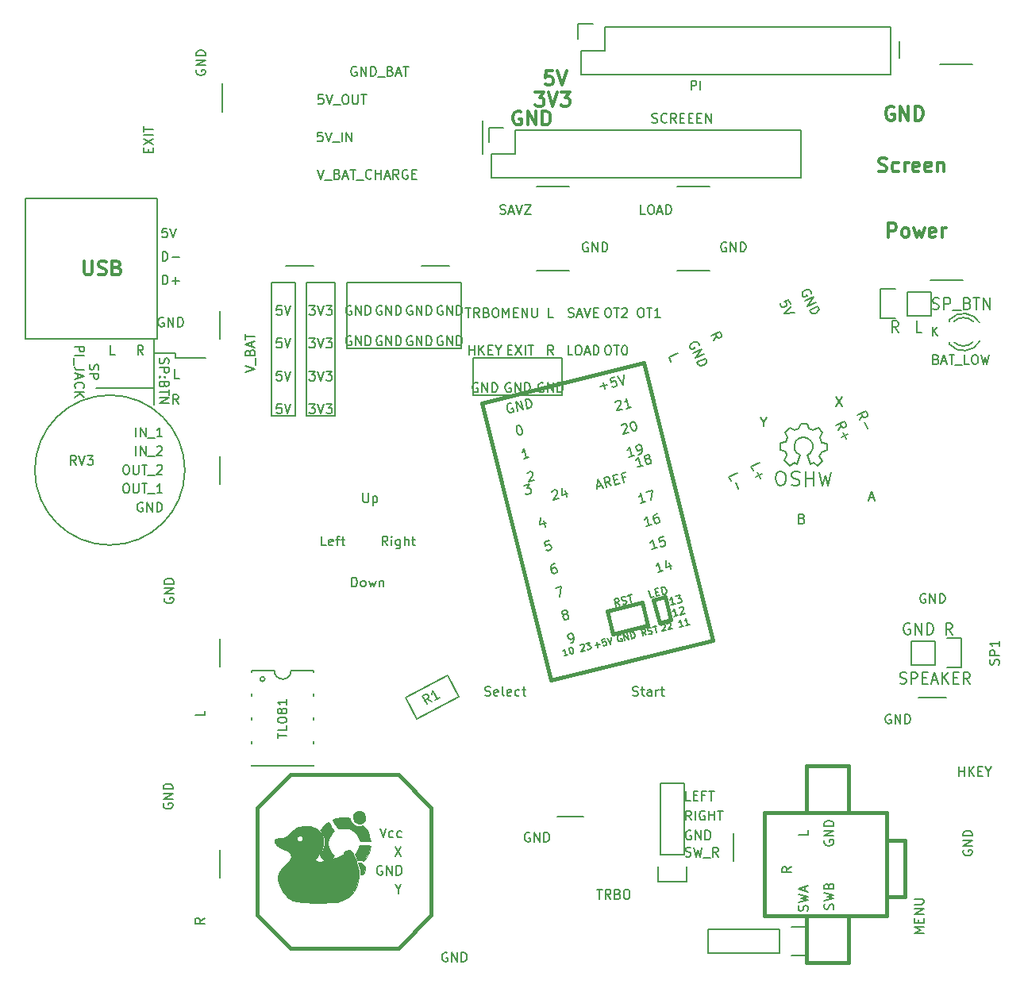
<source format=gto>
G04 #@! TF.FileFunction,Legend,Top*
%FSLAX46Y46*%
G04 Gerber Fmt 4.6, Leading zero omitted, Abs format (unit mm)*
G04 Created by KiCad (PCBNEW 4.0.2+e4-6225~38~ubuntu14.04.1-stable) date sam. 02 juil. 2016 22:13:44 CEST*
%MOMM*%
G01*
G04 APERTURE LIST*
%ADD10C,0.100000*%
%ADD11C,0.200000*%
%ADD12C,0.300000*%
%ADD13C,0.150000*%
%ADD14C,0.400000*%
%ADD15C,0.010000*%
G04 APERTURE END LIST*
D10*
D11*
X175007143Y-113235714D02*
X175178572Y-113292857D01*
X175464286Y-113292857D01*
X175578572Y-113235714D01*
X175635715Y-113178571D01*
X175692858Y-113064286D01*
X175692858Y-112950000D01*
X175635715Y-112835714D01*
X175578572Y-112778571D01*
X175464286Y-112721429D01*
X175235715Y-112664286D01*
X175121429Y-112607143D01*
X175064286Y-112550000D01*
X175007143Y-112435714D01*
X175007143Y-112321429D01*
X175064286Y-112207143D01*
X175121429Y-112150000D01*
X175235715Y-112092857D01*
X175521429Y-112092857D01*
X175692858Y-112150000D01*
X176207143Y-113292857D02*
X176207143Y-112092857D01*
X176664286Y-112092857D01*
X176778572Y-112150000D01*
X176835715Y-112207143D01*
X176892858Y-112321429D01*
X176892858Y-112492857D01*
X176835715Y-112607143D01*
X176778572Y-112664286D01*
X176664286Y-112721429D01*
X176207143Y-112721429D01*
X177407143Y-112664286D02*
X177807143Y-112664286D01*
X177978572Y-113292857D02*
X177407143Y-113292857D01*
X177407143Y-112092857D01*
X177978572Y-112092857D01*
X178435714Y-112950000D02*
X179007143Y-112950000D01*
X178321429Y-113292857D02*
X178721429Y-112092857D01*
X179121429Y-113292857D01*
X179521428Y-113292857D02*
X179521428Y-112092857D01*
X180207143Y-113292857D02*
X179692857Y-112607143D01*
X180207143Y-112092857D02*
X179521428Y-112778571D01*
X180721428Y-112664286D02*
X181121428Y-112664286D01*
X181292857Y-113292857D02*
X180721428Y-113292857D01*
X180721428Y-112092857D01*
X181292857Y-112092857D01*
X182492857Y-113292857D02*
X182092857Y-112721429D01*
X181807142Y-113292857D02*
X181807142Y-112092857D01*
X182264285Y-112092857D01*
X182378571Y-112150000D01*
X182435714Y-112207143D01*
X182492857Y-112321429D01*
X182492857Y-112492857D01*
X182435714Y-112607143D01*
X182378571Y-112664286D01*
X182264285Y-112721429D01*
X181807142Y-112721429D01*
X180621429Y-108042857D02*
X180221429Y-107471429D01*
X179935714Y-108042857D02*
X179935714Y-106842857D01*
X180392857Y-106842857D01*
X180507143Y-106900000D01*
X180564286Y-106957143D01*
X180621429Y-107071429D01*
X180621429Y-107242857D01*
X180564286Y-107357143D01*
X180507143Y-107414286D01*
X180392857Y-107471429D01*
X179935714Y-107471429D01*
X176085715Y-106900000D02*
X175971429Y-106842857D01*
X175800000Y-106842857D01*
X175628572Y-106900000D01*
X175514286Y-107014286D01*
X175457143Y-107128571D01*
X175400000Y-107357143D01*
X175400000Y-107528571D01*
X175457143Y-107757143D01*
X175514286Y-107871429D01*
X175628572Y-107985714D01*
X175800000Y-108042857D01*
X175914286Y-108042857D01*
X176085715Y-107985714D01*
X176142858Y-107928571D01*
X176142858Y-107528571D01*
X175914286Y-107528571D01*
X176657143Y-108042857D02*
X176657143Y-106842857D01*
X177342858Y-108042857D01*
X177342858Y-106842857D01*
X177914286Y-108042857D02*
X177914286Y-106842857D01*
X178200001Y-106842857D01*
X178371429Y-106900000D01*
X178485715Y-107014286D01*
X178542858Y-107128571D01*
X178600001Y-107357143D01*
X178600001Y-107528571D01*
X178542858Y-107757143D01*
X178485715Y-107871429D01*
X178371429Y-107985714D01*
X178200001Y-108042857D01*
X177914286Y-108042857D01*
X174871429Y-75792857D02*
X174471429Y-75221429D01*
X174185714Y-75792857D02*
X174185714Y-74592857D01*
X174642857Y-74592857D01*
X174757143Y-74650000D01*
X174814286Y-74707143D01*
X174871429Y-74821429D01*
X174871429Y-74992857D01*
X174814286Y-75107143D01*
X174757143Y-75164286D01*
X174642857Y-75221429D01*
X174185714Y-75221429D01*
X177371429Y-75792857D02*
X176800000Y-75792857D01*
X176800000Y-74592857D01*
D12*
X88007143Y-68178571D02*
X88007143Y-69392857D01*
X88078571Y-69535714D01*
X88150000Y-69607143D01*
X88292857Y-69678571D01*
X88578571Y-69678571D01*
X88721429Y-69607143D01*
X88792857Y-69535714D01*
X88864286Y-69392857D01*
X88864286Y-68178571D01*
X89507143Y-69607143D02*
X89721429Y-69678571D01*
X90078572Y-69678571D01*
X90221429Y-69607143D01*
X90292858Y-69535714D01*
X90364286Y-69392857D01*
X90364286Y-69250000D01*
X90292858Y-69107143D01*
X90221429Y-69035714D01*
X90078572Y-68964286D01*
X89792858Y-68892857D01*
X89650000Y-68821429D01*
X89578572Y-68750000D01*
X89507143Y-68607143D01*
X89507143Y-68464286D01*
X89578572Y-68321429D01*
X89650000Y-68250000D01*
X89792858Y-68178571D01*
X90150000Y-68178571D01*
X90364286Y-68250000D01*
X91507143Y-68892857D02*
X91721429Y-68964286D01*
X91792857Y-69035714D01*
X91864286Y-69178571D01*
X91864286Y-69392857D01*
X91792857Y-69535714D01*
X91721429Y-69607143D01*
X91578571Y-69678571D01*
X91007143Y-69678571D01*
X91007143Y-68178571D01*
X91507143Y-68178571D01*
X91650000Y-68250000D01*
X91721429Y-68321429D01*
X91792857Y-68464286D01*
X91792857Y-68607143D01*
X91721429Y-68750000D01*
X91650000Y-68821429D01*
X91507143Y-68892857D01*
X91007143Y-68892857D01*
D13*
X96845238Y-64702381D02*
X96369047Y-64702381D01*
X96321428Y-65178571D01*
X96369047Y-65130952D01*
X96464285Y-65083333D01*
X96702381Y-65083333D01*
X96797619Y-65130952D01*
X96845238Y-65178571D01*
X96892857Y-65273810D01*
X96892857Y-65511905D01*
X96845238Y-65607143D01*
X96797619Y-65654762D01*
X96702381Y-65702381D01*
X96464285Y-65702381D01*
X96369047Y-65654762D01*
X96321428Y-65607143D01*
X97178571Y-64702381D02*
X97511904Y-65702381D01*
X97845238Y-64702381D01*
X96369048Y-68202381D02*
X96369048Y-67202381D01*
X96607143Y-67202381D01*
X96750001Y-67250000D01*
X96845239Y-67345238D01*
X96892858Y-67440476D01*
X96940477Y-67630952D01*
X96940477Y-67773810D01*
X96892858Y-67964286D01*
X96845239Y-68059524D01*
X96750001Y-68154762D01*
X96607143Y-68202381D01*
X96369048Y-68202381D01*
X97369048Y-67821429D02*
X98130953Y-67821429D01*
X96369048Y-70702381D02*
X96369048Y-69702381D01*
X96607143Y-69702381D01*
X96750001Y-69750000D01*
X96845239Y-69845238D01*
X96892858Y-69940476D01*
X96940477Y-70130952D01*
X96940477Y-70273810D01*
X96892858Y-70464286D01*
X96845239Y-70559524D01*
X96750001Y-70654762D01*
X96607143Y-70702381D01*
X96369048Y-70702381D01*
X97369048Y-70321429D02*
X98130953Y-70321429D01*
X97750001Y-70702381D02*
X97750001Y-69940476D01*
X96488096Y-74250000D02*
X96392858Y-74202381D01*
X96250001Y-74202381D01*
X96107143Y-74250000D01*
X96011905Y-74345238D01*
X95964286Y-74440476D01*
X95916667Y-74630952D01*
X95916667Y-74773810D01*
X95964286Y-74964286D01*
X96011905Y-75059524D01*
X96107143Y-75154762D01*
X96250001Y-75202381D01*
X96345239Y-75202381D01*
X96488096Y-75154762D01*
X96535715Y-75107143D01*
X96535715Y-74773810D01*
X96345239Y-74773810D01*
X96964286Y-75202381D02*
X96964286Y-74202381D01*
X97535715Y-75202381D01*
X97535715Y-74202381D01*
X98011905Y-75202381D02*
X98011905Y-74202381D01*
X98250000Y-74202381D01*
X98392858Y-74250000D01*
X98488096Y-74345238D01*
X98535715Y-74440476D01*
X98583334Y-74630952D01*
X98583334Y-74773810D01*
X98535715Y-74964286D01*
X98488096Y-75059524D01*
X98392858Y-75154762D01*
X98250000Y-75202381D01*
X98011905Y-75202381D01*
D12*
X173785715Y-65678571D02*
X173785715Y-64178571D01*
X174357143Y-64178571D01*
X174500001Y-64250000D01*
X174571429Y-64321429D01*
X174642858Y-64464286D01*
X174642858Y-64678571D01*
X174571429Y-64821429D01*
X174500001Y-64892857D01*
X174357143Y-64964286D01*
X173785715Y-64964286D01*
X175500001Y-65678571D02*
X175357143Y-65607143D01*
X175285715Y-65535714D01*
X175214286Y-65392857D01*
X175214286Y-64964286D01*
X175285715Y-64821429D01*
X175357143Y-64750000D01*
X175500001Y-64678571D01*
X175714286Y-64678571D01*
X175857143Y-64750000D01*
X175928572Y-64821429D01*
X176000001Y-64964286D01*
X176000001Y-65392857D01*
X175928572Y-65535714D01*
X175857143Y-65607143D01*
X175714286Y-65678571D01*
X175500001Y-65678571D01*
X176500001Y-64678571D02*
X176785715Y-65678571D01*
X177071429Y-64964286D01*
X177357144Y-65678571D01*
X177642858Y-64678571D01*
X178785715Y-65607143D02*
X178642858Y-65678571D01*
X178357144Y-65678571D01*
X178214287Y-65607143D01*
X178142858Y-65464286D01*
X178142858Y-64892857D01*
X178214287Y-64750000D01*
X178357144Y-64678571D01*
X178642858Y-64678571D01*
X178785715Y-64750000D01*
X178857144Y-64892857D01*
X178857144Y-65035714D01*
X178142858Y-65178571D01*
X179500001Y-65678571D02*
X179500001Y-64678571D01*
X179500001Y-64964286D02*
X179571429Y-64821429D01*
X179642858Y-64750000D01*
X179785715Y-64678571D01*
X179928572Y-64678571D01*
X172750001Y-58607143D02*
X172964287Y-58678571D01*
X173321430Y-58678571D01*
X173464287Y-58607143D01*
X173535716Y-58535714D01*
X173607144Y-58392857D01*
X173607144Y-58250000D01*
X173535716Y-58107143D01*
X173464287Y-58035714D01*
X173321430Y-57964286D01*
X173035716Y-57892857D01*
X172892858Y-57821429D01*
X172821430Y-57750000D01*
X172750001Y-57607143D01*
X172750001Y-57464286D01*
X172821430Y-57321429D01*
X172892858Y-57250000D01*
X173035716Y-57178571D01*
X173392858Y-57178571D01*
X173607144Y-57250000D01*
X174892858Y-58607143D02*
X174750001Y-58678571D01*
X174464287Y-58678571D01*
X174321429Y-58607143D01*
X174250001Y-58535714D01*
X174178572Y-58392857D01*
X174178572Y-57964286D01*
X174250001Y-57821429D01*
X174321429Y-57750000D01*
X174464287Y-57678571D01*
X174750001Y-57678571D01*
X174892858Y-57750000D01*
X175535715Y-58678571D02*
X175535715Y-57678571D01*
X175535715Y-57964286D02*
X175607143Y-57821429D01*
X175678572Y-57750000D01*
X175821429Y-57678571D01*
X175964286Y-57678571D01*
X177035714Y-58607143D02*
X176892857Y-58678571D01*
X176607143Y-58678571D01*
X176464286Y-58607143D01*
X176392857Y-58464286D01*
X176392857Y-57892857D01*
X176464286Y-57750000D01*
X176607143Y-57678571D01*
X176892857Y-57678571D01*
X177035714Y-57750000D01*
X177107143Y-57892857D01*
X177107143Y-58035714D01*
X176392857Y-58178571D01*
X178321428Y-58607143D02*
X178178571Y-58678571D01*
X177892857Y-58678571D01*
X177750000Y-58607143D01*
X177678571Y-58464286D01*
X177678571Y-57892857D01*
X177750000Y-57750000D01*
X177892857Y-57678571D01*
X178178571Y-57678571D01*
X178321428Y-57750000D01*
X178392857Y-57892857D01*
X178392857Y-58035714D01*
X177678571Y-58178571D01*
X179035714Y-57678571D02*
X179035714Y-58678571D01*
X179035714Y-57821429D02*
X179107142Y-57750000D01*
X179250000Y-57678571D01*
X179464285Y-57678571D01*
X179607142Y-57750000D01*
X179678571Y-57892857D01*
X179678571Y-58678571D01*
X174357143Y-51750000D02*
X174214286Y-51678571D01*
X174000000Y-51678571D01*
X173785715Y-51750000D01*
X173642857Y-51892857D01*
X173571429Y-52035714D01*
X173500000Y-52321429D01*
X173500000Y-52535714D01*
X173571429Y-52821429D01*
X173642857Y-52964286D01*
X173785715Y-53107143D01*
X174000000Y-53178571D01*
X174142857Y-53178571D01*
X174357143Y-53107143D01*
X174428572Y-53035714D01*
X174428572Y-52535714D01*
X174142857Y-52535714D01*
X175071429Y-53178571D02*
X175071429Y-51678571D01*
X175928572Y-53178571D01*
X175928572Y-51678571D01*
X176642858Y-53178571D02*
X176642858Y-51678571D01*
X177000001Y-51678571D01*
X177214286Y-51750000D01*
X177357144Y-51892857D01*
X177428572Y-52035714D01*
X177500001Y-52321429D01*
X177500001Y-52535714D01*
X177428572Y-52821429D01*
X177357144Y-52964286D01*
X177214286Y-53107143D01*
X177000001Y-53178571D01*
X176642858Y-53178571D01*
D13*
X130500000Y-56750000D02*
X130500000Y-53250000D01*
X124000000Y-68750000D02*
X127000000Y-68750000D01*
X109500000Y-68750000D02*
X112500000Y-68750000D01*
X173750000Y-132000000D02*
X173750000Y-135000000D01*
X180000000Y-114750000D02*
X177000000Y-114750000D01*
X157250000Y-132250000D02*
X157250000Y-129250000D01*
X138500000Y-127500000D02*
X141250000Y-127500000D01*
X102500000Y-131000000D02*
X102500000Y-134000000D01*
X102500000Y-108500000D02*
X102500000Y-111500000D01*
X102500000Y-89000000D02*
X102500000Y-92000000D01*
X102500000Y-73500000D02*
X102500000Y-76500000D01*
X102750000Y-49250000D02*
X102750000Y-52250000D01*
X139750000Y-69250000D02*
X136250000Y-69250000D01*
X139750000Y-60250000D02*
X136250000Y-60250000D01*
X154750000Y-60250000D02*
X151250000Y-60250000D01*
X154750000Y-69250000D02*
X151250000Y-69250000D01*
X181750000Y-70250000D02*
X178250000Y-70250000D01*
X182750000Y-47250000D02*
X179250000Y-47250000D01*
X175000000Y-44750000D02*
X175000000Y-46500000D01*
D11*
X178514285Y-73285714D02*
X178685714Y-73342857D01*
X178971428Y-73342857D01*
X179085714Y-73285714D01*
X179142857Y-73228571D01*
X179200000Y-73114286D01*
X179200000Y-73000000D01*
X179142857Y-72885714D01*
X179085714Y-72828571D01*
X178971428Y-72771429D01*
X178742857Y-72714286D01*
X178628571Y-72657143D01*
X178571428Y-72600000D01*
X178514285Y-72485714D01*
X178514285Y-72371429D01*
X178571428Y-72257143D01*
X178628571Y-72200000D01*
X178742857Y-72142857D01*
X179028571Y-72142857D01*
X179200000Y-72200000D01*
X179714285Y-73342857D02*
X179714285Y-72142857D01*
X180171428Y-72142857D01*
X180285714Y-72200000D01*
X180342857Y-72257143D01*
X180400000Y-72371429D01*
X180400000Y-72542857D01*
X180342857Y-72657143D01*
X180285714Y-72714286D01*
X180171428Y-72771429D01*
X179714285Y-72771429D01*
X180628571Y-73457143D02*
X181542857Y-73457143D01*
X182228571Y-72714286D02*
X182400000Y-72771429D01*
X182457143Y-72828571D01*
X182514286Y-72942857D01*
X182514286Y-73114286D01*
X182457143Y-73228571D01*
X182400000Y-73285714D01*
X182285714Y-73342857D01*
X181828571Y-73342857D01*
X181828571Y-72142857D01*
X182228571Y-72142857D01*
X182342857Y-72200000D01*
X182400000Y-72257143D01*
X182457143Y-72371429D01*
X182457143Y-72485714D01*
X182400000Y-72600000D01*
X182342857Y-72657143D01*
X182228571Y-72714286D01*
X181828571Y-72714286D01*
X182857143Y-72142857D02*
X183542857Y-72142857D01*
X183200000Y-73342857D02*
X183200000Y-72142857D01*
X183942857Y-73342857D02*
X183942857Y-72142857D01*
X184628572Y-73342857D01*
X184628572Y-72142857D01*
D13*
X108000000Y-70500000D02*
X110500000Y-70500000D01*
X108000000Y-84750000D02*
X108000000Y-70500000D01*
X110500000Y-84750000D02*
X108000000Y-84750000D01*
X110500000Y-70500000D02*
X110500000Y-84750000D01*
X111750000Y-84750000D02*
X111750000Y-70500000D01*
X114750000Y-84750000D02*
X111750000Y-84750000D01*
X114750000Y-70500000D02*
X114750000Y-84750000D01*
X111750000Y-70500000D02*
X114750000Y-70500000D01*
X129500000Y-82500000D02*
X129500000Y-78500000D01*
X139000000Y-82500000D02*
X129500000Y-82500000D01*
X139000000Y-78500000D02*
X139000000Y-82500000D01*
X129500000Y-78500000D02*
X139000000Y-78500000D01*
X116000000Y-77500000D02*
X116000000Y-70500000D01*
X128250000Y-77500000D02*
X116000000Y-77500000D01*
X128250000Y-70500000D02*
X128250000Y-77500000D01*
X116000000Y-70500000D02*
X128250000Y-70500000D01*
D12*
X137964287Y-47928571D02*
X137250001Y-47928571D01*
X137178572Y-48642857D01*
X137250001Y-48571429D01*
X137392858Y-48500000D01*
X137750001Y-48500000D01*
X137892858Y-48571429D01*
X137964287Y-48642857D01*
X138035715Y-48785714D01*
X138035715Y-49142857D01*
X137964287Y-49285714D01*
X137892858Y-49357143D01*
X137750001Y-49428571D01*
X137392858Y-49428571D01*
X137250001Y-49357143D01*
X137178572Y-49285714D01*
X138464286Y-47928571D02*
X138964286Y-49428571D01*
X139464286Y-47928571D01*
X136142858Y-50178571D02*
X137071429Y-50178571D01*
X136571429Y-50750000D01*
X136785715Y-50750000D01*
X136928572Y-50821429D01*
X137000001Y-50892857D01*
X137071429Y-51035714D01*
X137071429Y-51392857D01*
X137000001Y-51535714D01*
X136928572Y-51607143D01*
X136785715Y-51678571D01*
X136357143Y-51678571D01*
X136214286Y-51607143D01*
X136142858Y-51535714D01*
X137500000Y-50178571D02*
X138000000Y-51678571D01*
X138500000Y-50178571D01*
X138857143Y-50178571D02*
X139785714Y-50178571D01*
X139285714Y-50750000D01*
X139500000Y-50750000D01*
X139642857Y-50821429D01*
X139714286Y-50892857D01*
X139785714Y-51035714D01*
X139785714Y-51392857D01*
X139714286Y-51535714D01*
X139642857Y-51607143D01*
X139500000Y-51678571D01*
X139071428Y-51678571D01*
X138928571Y-51607143D01*
X138857143Y-51535714D01*
X134607143Y-52250000D02*
X134464286Y-52178571D01*
X134250000Y-52178571D01*
X134035715Y-52250000D01*
X133892857Y-52392857D01*
X133821429Y-52535714D01*
X133750000Y-52821429D01*
X133750000Y-53035714D01*
X133821429Y-53321429D01*
X133892857Y-53464286D01*
X134035715Y-53607143D01*
X134250000Y-53678571D01*
X134392857Y-53678571D01*
X134607143Y-53607143D01*
X134678572Y-53535714D01*
X134678572Y-53035714D01*
X134392857Y-53035714D01*
X135321429Y-53678571D02*
X135321429Y-52178571D01*
X136178572Y-53678571D01*
X136178572Y-52178571D01*
X136892858Y-53678571D02*
X136892858Y-52178571D01*
X137250001Y-52178571D01*
X137464286Y-52250000D01*
X137607144Y-52392857D01*
X137678572Y-52535714D01*
X137750001Y-52821429D01*
X137750001Y-53035714D01*
X137678572Y-53321429D01*
X137607144Y-53464286D01*
X137464286Y-53607143D01*
X137250001Y-53678571D01*
X136892858Y-53678571D01*
D13*
X97750000Y-78000000D02*
X95500000Y-78000000D01*
X97750000Y-78500000D02*
X97750000Y-78000000D01*
X101000000Y-78500000D02*
X97750000Y-78500000D01*
X95500000Y-83500000D02*
X95500000Y-76500000D01*
X89250000Y-81750000D02*
X95500000Y-81750000D01*
X96095238Y-78571429D02*
X96047619Y-78714286D01*
X96047619Y-78952382D01*
X96095238Y-79047620D01*
X96142857Y-79095239D01*
X96238095Y-79142858D01*
X96333333Y-79142858D01*
X96428571Y-79095239D01*
X96476190Y-79047620D01*
X96523810Y-78952382D01*
X96571429Y-78761905D01*
X96619048Y-78666667D01*
X96666667Y-78619048D01*
X96761905Y-78571429D01*
X96857143Y-78571429D01*
X96952381Y-78619048D01*
X97000000Y-78666667D01*
X97047619Y-78761905D01*
X97047619Y-79000001D01*
X97000000Y-79142858D01*
X96047619Y-79571429D02*
X97047619Y-79571429D01*
X97047619Y-79952382D01*
X97000000Y-80047620D01*
X96952381Y-80095239D01*
X96857143Y-80142858D01*
X96714286Y-80142858D01*
X96619048Y-80095239D01*
X96571429Y-80047620D01*
X96523810Y-79952382D01*
X96523810Y-79571429D01*
X96142857Y-80571429D02*
X96095238Y-80619048D01*
X96047619Y-80571429D01*
X96095238Y-80523810D01*
X96142857Y-80571429D01*
X96047619Y-80571429D01*
X96666667Y-80571429D02*
X96619048Y-80619048D01*
X96571429Y-80571429D01*
X96619048Y-80523810D01*
X96666667Y-80571429D01*
X96571429Y-80571429D01*
X96571429Y-81380953D02*
X96523810Y-81523810D01*
X96476190Y-81571429D01*
X96380952Y-81619048D01*
X96238095Y-81619048D01*
X96142857Y-81571429D01*
X96095238Y-81523810D01*
X96047619Y-81428572D01*
X96047619Y-81047619D01*
X97047619Y-81047619D01*
X97047619Y-81380953D01*
X97000000Y-81476191D01*
X96952381Y-81523810D01*
X96857143Y-81571429D01*
X96761905Y-81571429D01*
X96666667Y-81523810D01*
X96619048Y-81476191D01*
X96571429Y-81380953D01*
X96571429Y-81047619D01*
X97047619Y-81904762D02*
X97047619Y-82476191D01*
X96047619Y-82190476D02*
X97047619Y-82190476D01*
X96047619Y-82809524D02*
X97047619Y-82809524D01*
X96047619Y-83380953D01*
X97047619Y-83380953D01*
X88620238Y-79214286D02*
X88572619Y-79357143D01*
X88572619Y-79595239D01*
X88620238Y-79690477D01*
X88667857Y-79738096D01*
X88763095Y-79785715D01*
X88858333Y-79785715D01*
X88953571Y-79738096D01*
X89001190Y-79690477D01*
X89048810Y-79595239D01*
X89096429Y-79404762D01*
X89144048Y-79309524D01*
X89191667Y-79261905D01*
X89286905Y-79214286D01*
X89382143Y-79214286D01*
X89477381Y-79261905D01*
X89525000Y-79309524D01*
X89572619Y-79404762D01*
X89572619Y-79642858D01*
X89525000Y-79785715D01*
X88572619Y-80214286D02*
X89572619Y-80214286D01*
X89572619Y-80595239D01*
X89525000Y-80690477D01*
X89477381Y-80738096D01*
X89382143Y-80785715D01*
X89239286Y-80785715D01*
X89144048Y-80738096D01*
X89096429Y-80690477D01*
X89048810Y-80595239D01*
X89048810Y-80214286D01*
X87022619Y-77309524D02*
X88022619Y-77309524D01*
X88022619Y-77690477D01*
X87975000Y-77785715D01*
X87927381Y-77833334D01*
X87832143Y-77880953D01*
X87689286Y-77880953D01*
X87594048Y-77833334D01*
X87546429Y-77785715D01*
X87498810Y-77690477D01*
X87498810Y-77309524D01*
X87022619Y-78309524D02*
X88022619Y-78309524D01*
X86927381Y-78547619D02*
X86927381Y-79309524D01*
X88022619Y-79833334D02*
X87308333Y-79833334D01*
X87165476Y-79785714D01*
X87070238Y-79690476D01*
X87022619Y-79547619D01*
X87022619Y-79452381D01*
X87308333Y-80261905D02*
X87308333Y-80738096D01*
X87022619Y-80166667D02*
X88022619Y-80500000D01*
X87022619Y-80833334D01*
X87117857Y-81738096D02*
X87070238Y-81690477D01*
X87022619Y-81547620D01*
X87022619Y-81452382D01*
X87070238Y-81309524D01*
X87165476Y-81214286D01*
X87260714Y-81166667D01*
X87451190Y-81119048D01*
X87594048Y-81119048D01*
X87784524Y-81166667D01*
X87879762Y-81214286D01*
X87975000Y-81309524D01*
X88022619Y-81452382D01*
X88022619Y-81547620D01*
X87975000Y-81690477D01*
X87927381Y-81738096D01*
X87022619Y-82166667D02*
X88022619Y-82166667D01*
X87022619Y-82738096D02*
X87594048Y-82309524D01*
X88022619Y-82738096D02*
X87451190Y-82166667D01*
X91309524Y-78202381D02*
X90833333Y-78202381D01*
X90833333Y-77202381D01*
X94309524Y-78202381D02*
X93976190Y-77726190D01*
X93738095Y-78202381D02*
X93738095Y-77202381D01*
X94119048Y-77202381D01*
X94214286Y-77250000D01*
X94261905Y-77297619D01*
X94309524Y-77392857D01*
X94309524Y-77535714D01*
X94261905Y-77630952D01*
X94214286Y-77678571D01*
X94119048Y-77726190D01*
X93738095Y-77726190D01*
X98154762Y-80702381D02*
X97678571Y-80702381D01*
X97678571Y-79702381D01*
X98059524Y-83452381D02*
X97726190Y-82976190D01*
X97488095Y-83452381D02*
X97488095Y-82452381D01*
X97869048Y-82452381D01*
X97964286Y-82500000D01*
X98011905Y-82547619D01*
X98059524Y-82642857D01*
X98059524Y-82785714D01*
X98011905Y-82880952D01*
X97964286Y-82928571D01*
X97869048Y-82976190D01*
X97488095Y-82976190D01*
X152147619Y-131704762D02*
X152290476Y-131752381D01*
X152528572Y-131752381D01*
X152623810Y-131704762D01*
X152671429Y-131657143D01*
X152719048Y-131561905D01*
X152719048Y-131466667D01*
X152671429Y-131371429D01*
X152623810Y-131323810D01*
X152528572Y-131276190D01*
X152338095Y-131228571D01*
X152242857Y-131180952D01*
X152195238Y-131133333D01*
X152147619Y-131038095D01*
X152147619Y-130942857D01*
X152195238Y-130847619D01*
X152242857Y-130800000D01*
X152338095Y-130752381D01*
X152576191Y-130752381D01*
X152719048Y-130800000D01*
X153052381Y-130752381D02*
X153290476Y-131752381D01*
X153480953Y-131038095D01*
X153671429Y-131752381D01*
X153909524Y-130752381D01*
X154052381Y-131847619D02*
X154814286Y-131847619D01*
X155623810Y-131752381D02*
X155290476Y-131276190D01*
X155052381Y-131752381D02*
X155052381Y-130752381D01*
X155433334Y-130752381D01*
X155528572Y-130800000D01*
X155576191Y-130847619D01*
X155623810Y-130942857D01*
X155623810Y-131085714D01*
X155576191Y-131180952D01*
X155528572Y-131228571D01*
X155433334Y-131276190D01*
X155052381Y-131276190D01*
X152766667Y-127852381D02*
X152433333Y-127376190D01*
X152195238Y-127852381D02*
X152195238Y-126852381D01*
X152576191Y-126852381D01*
X152671429Y-126900000D01*
X152719048Y-126947619D01*
X152766667Y-127042857D01*
X152766667Y-127185714D01*
X152719048Y-127280952D01*
X152671429Y-127328571D01*
X152576191Y-127376190D01*
X152195238Y-127376190D01*
X153195238Y-127852381D02*
X153195238Y-126852381D01*
X154195238Y-126900000D02*
X154100000Y-126852381D01*
X153957143Y-126852381D01*
X153814285Y-126900000D01*
X153719047Y-126995238D01*
X153671428Y-127090476D01*
X153623809Y-127280952D01*
X153623809Y-127423810D01*
X153671428Y-127614286D01*
X153719047Y-127709524D01*
X153814285Y-127804762D01*
X153957143Y-127852381D01*
X154052381Y-127852381D01*
X154195238Y-127804762D01*
X154242857Y-127757143D01*
X154242857Y-127423810D01*
X154052381Y-127423810D01*
X154671428Y-127852381D02*
X154671428Y-126852381D01*
X154671428Y-127328571D02*
X155242857Y-127328571D01*
X155242857Y-127852381D02*
X155242857Y-126852381D01*
X155576190Y-126852381D02*
X156147619Y-126852381D01*
X155861904Y-127852381D02*
X155861904Y-126852381D01*
X152671429Y-125752381D02*
X152195238Y-125752381D01*
X152195238Y-124752381D01*
X153004762Y-125228571D02*
X153338096Y-125228571D01*
X153480953Y-125752381D02*
X153004762Y-125752381D01*
X153004762Y-124752381D01*
X153480953Y-124752381D01*
X154242858Y-125228571D02*
X153909524Y-125228571D01*
X153909524Y-125752381D02*
X153909524Y-124752381D01*
X154385715Y-124752381D01*
X154623810Y-124752381D02*
X155195239Y-124752381D01*
X154909524Y-125752381D02*
X154909524Y-124752381D01*
X152738096Y-129000000D02*
X152642858Y-128952381D01*
X152500001Y-128952381D01*
X152357143Y-129000000D01*
X152261905Y-129095238D01*
X152214286Y-129190476D01*
X152166667Y-129380952D01*
X152166667Y-129523810D01*
X152214286Y-129714286D01*
X152261905Y-129809524D01*
X152357143Y-129904762D01*
X152500001Y-129952381D01*
X152595239Y-129952381D01*
X152738096Y-129904762D01*
X152785715Y-129857143D01*
X152785715Y-129523810D01*
X152595239Y-129523810D01*
X153214286Y-129952381D02*
X153214286Y-128952381D01*
X153785715Y-129952381D01*
X153785715Y-128952381D01*
X154261905Y-129952381D02*
X154261905Y-128952381D01*
X154500000Y-128952381D01*
X154642858Y-129000000D01*
X154738096Y-129095238D01*
X154785715Y-129190476D01*
X154833334Y-129380952D01*
X154833334Y-129523810D01*
X154785715Y-129714286D01*
X154738096Y-129809524D01*
X154642858Y-129904762D01*
X154500000Y-129952381D01*
X154261905Y-129952381D01*
X166418780Y-90689860D02*
X166779460Y-92160520D01*
X166779460Y-92160520D02*
X167058860Y-91098800D01*
X167058860Y-91098800D02*
X167368740Y-92170680D01*
X167368740Y-92170680D02*
X167709100Y-90720340D01*
X164998920Y-91380740D02*
X165788860Y-91370580D01*
X165788860Y-91370580D02*
X165799020Y-91380740D01*
X165799020Y-91380740D02*
X165799020Y-91370580D01*
X165839660Y-90659380D02*
X165839660Y-92201160D01*
X164950660Y-90649220D02*
X164950660Y-92218940D01*
X164950660Y-92218940D02*
X164960820Y-92208780D01*
X164399480Y-90750820D02*
X164048960Y-90669540D01*
X164048960Y-90669540D02*
X163728920Y-90659380D01*
X163728920Y-90659380D02*
X163490160Y-90860040D01*
X163490160Y-90860040D02*
X163459680Y-91129280D01*
X163459680Y-91129280D02*
X163700980Y-91370580D01*
X163700980Y-91370580D02*
X164089600Y-91500120D01*
X164089600Y-91500120D02*
X164269940Y-91660140D01*
X164269940Y-91660140D02*
X164310580Y-91959860D01*
X164310580Y-91959860D02*
X164079440Y-92180840D01*
X164079440Y-92180840D02*
X163759400Y-92208780D01*
X163759400Y-92208780D02*
X163408880Y-92099560D01*
X162370020Y-90649220D02*
X162121100Y-90669540D01*
X162121100Y-90669540D02*
X161879800Y-90910840D01*
X161879800Y-90910840D02*
X161790900Y-91401060D01*
X161790900Y-91401060D02*
X161818840Y-91749040D01*
X161818840Y-91749040D02*
X162019500Y-92069080D01*
X162019500Y-92069080D02*
X162270960Y-92191000D01*
X162270960Y-92191000D02*
X162580840Y-92119880D01*
X162580840Y-92119880D02*
X162799280Y-91939540D01*
X162799280Y-91939540D02*
X162870400Y-91479800D01*
X162870400Y-91479800D02*
X162819600Y-91070860D01*
X162819600Y-91070860D02*
X162710380Y-90788920D01*
X162710380Y-90788920D02*
X162349700Y-90659380D01*
X162969460Y-88929640D02*
X162710380Y-89490980D01*
X162710380Y-89490980D02*
X163248860Y-90009140D01*
X163248860Y-90009140D02*
X163769560Y-89739900D01*
X163769560Y-89739900D02*
X164048960Y-89899920D01*
X165489140Y-89879600D02*
X165819340Y-89689100D01*
X165819340Y-89689100D02*
X166258760Y-90019300D01*
X166258760Y-90019300D02*
X166731200Y-89529080D01*
X166731200Y-89529080D02*
X166449260Y-89049020D01*
X166449260Y-89049020D02*
X166639760Y-88579120D01*
X166639760Y-88579120D02*
X167249360Y-88391160D01*
X167249360Y-88391160D02*
X167249360Y-87710440D01*
X167249360Y-87710440D02*
X166690560Y-87570740D01*
X166690560Y-87570740D02*
X166489900Y-86999240D01*
X166489900Y-86999240D02*
X166759140Y-86529340D01*
X166759140Y-86529340D02*
X166289240Y-86018800D01*
X166289240Y-86018800D02*
X165771080Y-86280420D01*
X165771080Y-86280420D02*
X165301180Y-86079760D01*
X165301180Y-86079760D02*
X165131000Y-85538740D01*
X165131000Y-85538740D02*
X164440120Y-85520960D01*
X164440120Y-85520960D02*
X164229300Y-86069600D01*
X164229300Y-86069600D02*
X163810200Y-86239780D01*
X163810200Y-86239780D02*
X163259020Y-85970540D01*
X163259020Y-85970540D02*
X162740860Y-86498860D01*
X162740860Y-86498860D02*
X162989780Y-87039880D01*
X162989780Y-87039880D02*
X162819600Y-87519940D01*
X162819600Y-87519940D02*
X162270960Y-87619000D01*
X162270960Y-87619000D02*
X162260800Y-88320040D01*
X162260800Y-88320040D02*
X162819600Y-88520700D01*
X162819600Y-88520700D02*
X162959300Y-88919480D01*
X165100520Y-88899160D02*
X165400240Y-88749300D01*
X165400240Y-88749300D02*
X165600900Y-88551180D01*
X165600900Y-88551180D02*
X165750760Y-88149860D01*
X165750760Y-88149860D02*
X165750760Y-87751080D01*
X165750760Y-87751080D02*
X165600900Y-87400560D01*
X165600900Y-87400560D02*
X165148780Y-87050040D01*
X165148780Y-87050040D02*
X164699200Y-86999240D01*
X164699200Y-86999240D02*
X164300420Y-87100840D01*
X164300420Y-87100840D02*
X163899100Y-87448820D01*
X163899100Y-87448820D02*
X163749240Y-87900940D01*
X163749240Y-87900940D02*
X163800040Y-88398780D01*
X163800040Y-88398780D02*
X164048960Y-88701040D01*
X164048960Y-88701040D02*
X164399480Y-88899160D01*
X164399480Y-88899160D02*
X164048960Y-89899920D01*
X165100520Y-88899160D02*
X165499300Y-89899920D01*
D14*
X175578150Y-136050000D02*
X173578150Y-136050000D01*
X175578150Y-130050000D02*
X175578150Y-136050000D01*
X173578150Y-130050000D02*
X175578150Y-130050000D01*
X169578150Y-122050000D02*
X169578150Y-127050000D01*
X165078150Y-122050000D02*
X169578150Y-122050000D01*
X165078150Y-127050000D02*
X165078150Y-122050000D01*
X169578150Y-143050000D02*
X169578150Y-138050000D01*
X165078150Y-143050000D02*
X169578150Y-143050000D01*
X165078150Y-138050000D02*
X165078150Y-143050000D01*
X160578150Y-127050000D02*
X173578150Y-127050000D01*
X160578150Y-138050000D02*
X160578150Y-127050000D01*
X173578150Y-138050000D02*
X160578150Y-138050000D01*
X173578150Y-127050000D02*
X173578150Y-138050000D01*
D13*
X108301000Y-111920000D02*
X105888000Y-111920000D01*
X110079000Y-111920000D02*
X112492000Y-111920000D01*
X108301000Y-111920000D02*
G75*
G03X109190000Y-112809000I889000J0D01*
G01*
X109190000Y-112809000D02*
G75*
G03X110079000Y-111920000I0J889000D01*
G01*
X107285000Y-112809000D02*
G75*
G03X107285000Y-112809000I-254000J0D01*
G01*
X105888000Y-122080000D02*
X105888000Y-121953000D01*
X105888000Y-119413000D02*
X105888000Y-119667000D01*
X105888000Y-116873000D02*
X105888000Y-117127000D01*
X105888000Y-114333000D02*
X105888000Y-114587000D01*
X105888000Y-111920000D02*
X105888000Y-112047000D01*
X112492000Y-111920000D02*
X112492000Y-112047000D01*
X112492000Y-122080000D02*
X112492000Y-121953000D01*
X112492000Y-119413000D02*
X112492000Y-119667000D01*
X112492000Y-116873000D02*
X112492000Y-117127000D01*
X112492000Y-114333000D02*
X112492000Y-114587000D01*
X105888000Y-122080000D02*
X112492000Y-122080000D01*
X162198150Y-139480000D02*
X154578150Y-139480000D01*
X162198150Y-142020000D02*
X154578150Y-142020000D01*
X165018150Y-142300000D02*
X163468150Y-142300000D01*
X154578150Y-139480000D02*
X154578150Y-142020000D01*
X162198150Y-142020000D02*
X162198150Y-139480000D01*
X163468150Y-139200000D02*
X165018150Y-139200000D01*
X165018150Y-139200000D02*
X165018150Y-142300000D01*
X152020000Y-131560000D02*
X152020000Y-123940000D01*
X149480000Y-131560000D02*
X149480000Y-123940000D01*
X149200000Y-134380000D02*
X149200000Y-132830000D01*
X152020000Y-123940000D02*
X149480000Y-123940000D01*
X149480000Y-131560000D02*
X152020000Y-131560000D01*
X152300000Y-132830000D02*
X152300000Y-134380000D01*
X152300000Y-134380000D02*
X149200000Y-134380000D01*
X180301000Y-77064000D02*
X180301000Y-76864000D01*
X180301000Y-74470000D02*
X180301000Y-74650000D01*
X183528744Y-74780357D02*
G75*
G03X180301000Y-74464000I-1727744J-1003643D01*
G01*
X182853006Y-74650932D02*
G75*
G03X180750000Y-74650000I-1052006J-1133068D01*
G01*
X180313780Y-77090726D02*
G75*
G03X183551000Y-76744000I1497220J1306726D01*
G01*
X180787111Y-76863253D02*
G75*
G03X182835000Y-76844000I1013889J1079253D01*
G01*
X127968940Y-114694400D02*
X123462925Y-117040083D01*
X123462925Y-117040083D02*
X122290083Y-114787076D01*
X122290083Y-114787076D02*
X126796099Y-112441393D01*
X126796099Y-112441393D02*
X127968940Y-114694400D01*
D14*
X106500000Y-126500000D02*
X110000000Y-123000000D01*
X110000000Y-141500000D02*
X106500000Y-138000000D01*
X125000000Y-138000000D02*
X121500000Y-141500000D01*
X121500000Y-123000000D02*
X125000000Y-126500000D01*
X110000000Y-123000000D02*
X121500000Y-123000000D01*
X106500000Y-138000000D02*
X106500000Y-126500000D01*
X121500000Y-141500000D02*
X110000000Y-141500000D01*
X125000000Y-126500000D02*
X125000000Y-138000000D01*
D13*
X175770000Y-71480000D02*
X178310000Y-71480000D01*
X172950000Y-71200000D02*
X174500000Y-71200000D01*
X175770000Y-71480000D02*
X175770000Y-74020000D01*
X174500000Y-74300000D02*
X172950000Y-74300000D01*
X172950000Y-74300000D02*
X172950000Y-71200000D01*
X175770000Y-74020000D02*
X178310000Y-74020000D01*
X178310000Y-74020000D02*
X178310000Y-71480000D01*
X131480000Y-59310000D02*
X164500000Y-59310000D01*
X134020000Y-54230000D02*
X164500000Y-54230000D01*
X164500000Y-59310000D02*
X164500000Y-54230000D01*
X131480000Y-59310000D02*
X131480000Y-56770000D01*
X132750000Y-53950000D02*
X131200000Y-53950000D01*
X131480000Y-56770000D02*
X134020000Y-56770000D01*
X134020000Y-56770000D02*
X134020000Y-54230000D01*
X131200000Y-53950000D02*
X131200000Y-55500000D01*
X178770000Y-111270000D02*
X176230000Y-111270000D01*
X181590000Y-111550000D02*
X180040000Y-111550000D01*
X178770000Y-111270000D02*
X178770000Y-108730000D01*
X180040000Y-108450000D02*
X181590000Y-108450000D01*
X181590000Y-108450000D02*
X181590000Y-111550000D01*
X178770000Y-108730000D02*
X176230000Y-108730000D01*
X176230000Y-108730000D02*
X176230000Y-111270000D01*
D14*
X147518857Y-104627585D02*
X148133339Y-107092136D01*
X143822030Y-105549308D02*
X147518857Y-104627585D01*
X144436512Y-108013859D02*
X143822030Y-105549308D01*
X148133339Y-107092136D02*
X144436512Y-108013859D01*
X149983408Y-104013104D02*
X150597890Y-106477655D01*
X148751133Y-104320344D02*
X149983408Y-104013104D01*
X149365614Y-106784896D02*
X148751133Y-104320344D01*
X150597890Y-106477655D02*
X149365614Y-106784896D01*
X137810961Y-112937993D02*
X130437181Y-83363379D01*
X155062819Y-108636621D02*
X137810961Y-112937993D01*
X147689039Y-79062007D02*
X155062819Y-108636621D01*
X130437181Y-83363379D02*
X147689039Y-79062007D01*
D13*
X98750000Y-90500000D02*
G75*
G03X98750000Y-90500000I-8000000J0D01*
G01*
X95810000Y-76477000D02*
X81713000Y-76477000D01*
X81713000Y-61491000D02*
X95810000Y-61491000D01*
X95810000Y-76477000D02*
X95810000Y-61491000D01*
X81713000Y-76477000D02*
X81713000Y-61491000D01*
X140980000Y-48270000D02*
X174000000Y-48270000D01*
X143520000Y-43190000D02*
X174000000Y-43190000D01*
X174000000Y-48270000D02*
X174000000Y-43190000D01*
X140980000Y-48270000D02*
X140980000Y-45730000D01*
X142250000Y-42910000D02*
X140700000Y-42910000D01*
X140980000Y-45730000D02*
X143520000Y-45730000D01*
X143520000Y-45730000D02*
X143520000Y-43190000D01*
X140700000Y-42910000D02*
X140700000Y-44460000D01*
D15*
G36*
X114072500Y-128097438D02*
X114145618Y-128191580D01*
X114241197Y-128331669D01*
X114349421Y-128503946D01*
X114366481Y-128532287D01*
X114647362Y-129001573D01*
X114457572Y-129223724D01*
X114334482Y-129386371D01*
X114215887Y-129573094D01*
X114150475Y-129696354D01*
X114091022Y-129835813D01*
X114055544Y-129961718D01*
X114038216Y-130105418D01*
X114033215Y-130298262D01*
X114033167Y-130327834D01*
X114037142Y-130530317D01*
X114052825Y-130679315D01*
X114085855Y-130805792D01*
X114141870Y-130940711D01*
X114146623Y-130950898D01*
X114241398Y-131118551D01*
X114366298Y-131295946D01*
X114456302Y-131402742D01*
X114652525Y-131612521D01*
X114582660Y-131747625D01*
X114541570Y-131845955D01*
X114545784Y-131904956D01*
X114602721Y-131926091D01*
X114719798Y-131910821D01*
X114904432Y-131860610D01*
X115001543Y-131830212D01*
X115240487Y-131741680D01*
X115442199Y-131643577D01*
X115594474Y-131543545D01*
X115685103Y-131449223D01*
X115705334Y-131389702D01*
X115738322Y-131319493D01*
X115821351Y-131229664D01*
X115930516Y-131141834D01*
X116041912Y-131077620D01*
X116057339Y-131071360D01*
X116224679Y-131030332D01*
X116359202Y-131056095D01*
X116486374Y-131154023D01*
X116495845Y-131163917D01*
X116616608Y-131310854D01*
X116728258Y-131489583D01*
X116834801Y-131709773D01*
X116940244Y-131981093D01*
X117048591Y-132313211D01*
X117163851Y-132715797D01*
X117209537Y-132886395D01*
X117262556Y-133097811D01*
X117294678Y-133264565D01*
X117309250Y-133419950D01*
X117309617Y-133597264D01*
X117300941Y-133796087D01*
X117246710Y-134299189D01*
X117137440Y-134748831D01*
X116968034Y-135159922D01*
X116733396Y-135547371D01*
X116674631Y-135628096D01*
X116556365Y-135777793D01*
X116445951Y-135893042D01*
X116319621Y-135994066D01*
X116153609Y-136101089D01*
X116040467Y-136167701D01*
X115803788Y-136300485D01*
X115599905Y-136402225D01*
X115409440Y-136478383D01*
X115213015Y-136534425D01*
X114991251Y-136575815D01*
X114724769Y-136608017D01*
X114394191Y-136636495D01*
X114371834Y-136638209D01*
X113416164Y-136684087D01*
X112404240Y-136679809D01*
X111662500Y-136647214D01*
X111394289Y-136627225D01*
X111113775Y-136599309D01*
X110851624Y-136566934D01*
X110638501Y-136533564D01*
X110610932Y-136528351D01*
X110401375Y-136483551D01*
X110247074Y-136437940D01*
X110119289Y-136380101D01*
X109989277Y-136298616D01*
X109933599Y-136259286D01*
X109710891Y-136084165D01*
X109502518Y-135893196D01*
X109326894Y-135704837D01*
X109202434Y-135537546D01*
X109186533Y-135510463D01*
X108979573Y-135115448D01*
X108829357Y-134769753D01*
X108734363Y-134461268D01*
X108693070Y-134177883D01*
X108703956Y-133907486D01*
X108765501Y-133637969D01*
X108876183Y-133357220D01*
X108907752Y-133291167D01*
X108996695Y-133129919D01*
X109107794Y-132969076D01*
X109251518Y-132796300D01*
X109438337Y-132599253D01*
X109678721Y-132365597D01*
X109750412Y-132298146D01*
X109933871Y-132113587D01*
X110050645Y-131959269D01*
X110105890Y-131820630D01*
X110104762Y-131683105D01*
X110052416Y-131532133D01*
X110034523Y-131495639D01*
X109910571Y-131313289D01*
X109739050Y-131171365D01*
X109504511Y-131058225D01*
X109409663Y-131024898D01*
X109063753Y-130883463D01*
X108763184Y-130703677D01*
X108524386Y-130495957D01*
X108463566Y-130425119D01*
X108344844Y-130244481D01*
X108299861Y-130090963D01*
X108326533Y-129954012D01*
X108359422Y-129897720D01*
X108398669Y-129855530D01*
X108457573Y-129827372D01*
X108554109Y-129809208D01*
X108685451Y-129798667D01*
X110710000Y-129798667D01*
X110738757Y-129888396D01*
X110808515Y-129985578D01*
X110813909Y-129991091D01*
X110909982Y-130062667D01*
X111001599Y-130094861D01*
X111006334Y-130095000D01*
X111096062Y-130066244D01*
X111193245Y-129996485D01*
X111198758Y-129991091D01*
X111270334Y-129895019D01*
X111302527Y-129803401D01*
X111302667Y-129798667D01*
X111273910Y-129708938D01*
X111204152Y-129611756D01*
X111198758Y-129606243D01*
X111102685Y-129534666D01*
X111011068Y-129502473D01*
X111006334Y-129502334D01*
X110916605Y-129531090D01*
X110819422Y-129600848D01*
X110813909Y-129606243D01*
X110742333Y-129702315D01*
X110710140Y-129793932D01*
X110710000Y-129798667D01*
X108685451Y-129798667D01*
X108706247Y-129796998D01*
X108835672Y-129790676D01*
X109091736Y-129771906D01*
X109276148Y-129739856D01*
X109393534Y-129696620D01*
X109590499Y-129573381D01*
X109795502Y-129414050D01*
X109975489Y-129245714D01*
X110056410Y-129153339D01*
X110186940Y-129017736D01*
X110362674Y-128875142D01*
X110555542Y-128745188D01*
X110737474Y-128647507D01*
X110829561Y-128612599D01*
X111056408Y-128563040D01*
X111330382Y-128527889D01*
X111619291Y-128509230D01*
X111890948Y-128509141D01*
X112112735Y-128529634D01*
X112482178Y-128627292D01*
X112809383Y-128785026D01*
X113085134Y-128996049D01*
X113300216Y-129253576D01*
X113425401Y-129496107D01*
X113499879Y-129780477D01*
X113523973Y-130106945D01*
X113497677Y-130449559D01*
X113425788Y-130767092D01*
X113372862Y-130926562D01*
X113316574Y-131064193D01*
X113246473Y-131198412D01*
X113152111Y-131347646D01*
X113023039Y-131530321D01*
X112894790Y-131703543D01*
X112791253Y-131846296D01*
X112710727Y-131965640D01*
X112664596Y-132044277D01*
X112657982Y-132063376D01*
X112698484Y-132162711D01*
X112804067Y-132241305D01*
X112955700Y-132288107D01*
X113059138Y-132296334D01*
X113171652Y-132288186D01*
X113306439Y-132267437D01*
X113437836Y-132239626D01*
X113540185Y-132210294D01*
X113587824Y-132184978D01*
X113588667Y-132182016D01*
X113564366Y-132140834D01*
X113501932Y-132056018D01*
X113446880Y-131985958D01*
X113347846Y-131855277D01*
X113259305Y-131726264D01*
X113229281Y-131677326D01*
X113153469Y-131545151D01*
X113307052Y-131296326D01*
X113465270Y-131013029D01*
X113568644Y-130753095D01*
X113626284Y-130484407D01*
X113647305Y-130174850D01*
X113647919Y-130095000D01*
X113637047Y-129806439D01*
X113600213Y-129577916D01*
X113530269Y-129386921D01*
X113420067Y-129210943D01*
X113333748Y-129105588D01*
X113197482Y-128950389D01*
X113315082Y-128771278D01*
X113398140Y-128660821D01*
X113512905Y-128528822D01*
X113644381Y-128390102D01*
X113777573Y-128259482D01*
X113897485Y-128151784D01*
X113989123Y-128081831D01*
X114031659Y-128063000D01*
X114072500Y-128097438D01*
X114072500Y-128097438D01*
G37*
X114072500Y-128097438D02*
X114145618Y-128191580D01*
X114241197Y-128331669D01*
X114349421Y-128503946D01*
X114366481Y-128532287D01*
X114647362Y-129001573D01*
X114457572Y-129223724D01*
X114334482Y-129386371D01*
X114215887Y-129573094D01*
X114150475Y-129696354D01*
X114091022Y-129835813D01*
X114055544Y-129961718D01*
X114038216Y-130105418D01*
X114033215Y-130298262D01*
X114033167Y-130327834D01*
X114037142Y-130530317D01*
X114052825Y-130679315D01*
X114085855Y-130805792D01*
X114141870Y-130940711D01*
X114146623Y-130950898D01*
X114241398Y-131118551D01*
X114366298Y-131295946D01*
X114456302Y-131402742D01*
X114652525Y-131612521D01*
X114582660Y-131747625D01*
X114541570Y-131845955D01*
X114545784Y-131904956D01*
X114602721Y-131926091D01*
X114719798Y-131910821D01*
X114904432Y-131860610D01*
X115001543Y-131830212D01*
X115240487Y-131741680D01*
X115442199Y-131643577D01*
X115594474Y-131543545D01*
X115685103Y-131449223D01*
X115705334Y-131389702D01*
X115738322Y-131319493D01*
X115821351Y-131229664D01*
X115930516Y-131141834D01*
X116041912Y-131077620D01*
X116057339Y-131071360D01*
X116224679Y-131030332D01*
X116359202Y-131056095D01*
X116486374Y-131154023D01*
X116495845Y-131163917D01*
X116616608Y-131310854D01*
X116728258Y-131489583D01*
X116834801Y-131709773D01*
X116940244Y-131981093D01*
X117048591Y-132313211D01*
X117163851Y-132715797D01*
X117209537Y-132886395D01*
X117262556Y-133097811D01*
X117294678Y-133264565D01*
X117309250Y-133419950D01*
X117309617Y-133597264D01*
X117300941Y-133796087D01*
X117246710Y-134299189D01*
X117137440Y-134748831D01*
X116968034Y-135159922D01*
X116733396Y-135547371D01*
X116674631Y-135628096D01*
X116556365Y-135777793D01*
X116445951Y-135893042D01*
X116319621Y-135994066D01*
X116153609Y-136101089D01*
X116040467Y-136167701D01*
X115803788Y-136300485D01*
X115599905Y-136402225D01*
X115409440Y-136478383D01*
X115213015Y-136534425D01*
X114991251Y-136575815D01*
X114724769Y-136608017D01*
X114394191Y-136636495D01*
X114371834Y-136638209D01*
X113416164Y-136684087D01*
X112404240Y-136679809D01*
X111662500Y-136647214D01*
X111394289Y-136627225D01*
X111113775Y-136599309D01*
X110851624Y-136566934D01*
X110638501Y-136533564D01*
X110610932Y-136528351D01*
X110401375Y-136483551D01*
X110247074Y-136437940D01*
X110119289Y-136380101D01*
X109989277Y-136298616D01*
X109933599Y-136259286D01*
X109710891Y-136084165D01*
X109502518Y-135893196D01*
X109326894Y-135704837D01*
X109202434Y-135537546D01*
X109186533Y-135510463D01*
X108979573Y-135115448D01*
X108829357Y-134769753D01*
X108734363Y-134461268D01*
X108693070Y-134177883D01*
X108703956Y-133907486D01*
X108765501Y-133637969D01*
X108876183Y-133357220D01*
X108907752Y-133291167D01*
X108996695Y-133129919D01*
X109107794Y-132969076D01*
X109251518Y-132796300D01*
X109438337Y-132599253D01*
X109678721Y-132365597D01*
X109750412Y-132298146D01*
X109933871Y-132113587D01*
X110050645Y-131959269D01*
X110105890Y-131820630D01*
X110104762Y-131683105D01*
X110052416Y-131532133D01*
X110034523Y-131495639D01*
X109910571Y-131313289D01*
X109739050Y-131171365D01*
X109504511Y-131058225D01*
X109409663Y-131024898D01*
X109063753Y-130883463D01*
X108763184Y-130703677D01*
X108524386Y-130495957D01*
X108463566Y-130425119D01*
X108344844Y-130244481D01*
X108299861Y-130090963D01*
X108326533Y-129954012D01*
X108359422Y-129897720D01*
X108398669Y-129855530D01*
X108457573Y-129827372D01*
X108554109Y-129809208D01*
X108685451Y-129798667D01*
X110710000Y-129798667D01*
X110738757Y-129888396D01*
X110808515Y-129985578D01*
X110813909Y-129991091D01*
X110909982Y-130062667D01*
X111001599Y-130094861D01*
X111006334Y-130095000D01*
X111096062Y-130066244D01*
X111193245Y-129996485D01*
X111198758Y-129991091D01*
X111270334Y-129895019D01*
X111302527Y-129803401D01*
X111302667Y-129798667D01*
X111273910Y-129708938D01*
X111204152Y-129611756D01*
X111198758Y-129606243D01*
X111102685Y-129534666D01*
X111011068Y-129502473D01*
X111006334Y-129502334D01*
X110916605Y-129531090D01*
X110819422Y-129600848D01*
X110813909Y-129606243D01*
X110742333Y-129702315D01*
X110710140Y-129793932D01*
X110710000Y-129798667D01*
X108685451Y-129798667D01*
X108706247Y-129796998D01*
X108835672Y-129790676D01*
X109091736Y-129771906D01*
X109276148Y-129739856D01*
X109393534Y-129696620D01*
X109590499Y-129573381D01*
X109795502Y-129414050D01*
X109975489Y-129245714D01*
X110056410Y-129153339D01*
X110186940Y-129017736D01*
X110362674Y-128875142D01*
X110555542Y-128745188D01*
X110737474Y-128647507D01*
X110829561Y-128612599D01*
X111056408Y-128563040D01*
X111330382Y-128527889D01*
X111619291Y-128509230D01*
X111890948Y-128509141D01*
X112112735Y-128529634D01*
X112482178Y-128627292D01*
X112809383Y-128785026D01*
X113085134Y-128996049D01*
X113300216Y-129253576D01*
X113425401Y-129496107D01*
X113499879Y-129780477D01*
X113523973Y-130106945D01*
X113497677Y-130449559D01*
X113425788Y-130767092D01*
X113372862Y-130926562D01*
X113316574Y-131064193D01*
X113246473Y-131198412D01*
X113152111Y-131347646D01*
X113023039Y-131530321D01*
X112894790Y-131703543D01*
X112791253Y-131846296D01*
X112710727Y-131965640D01*
X112664596Y-132044277D01*
X112657982Y-132063376D01*
X112698484Y-132162711D01*
X112804067Y-132241305D01*
X112955700Y-132288107D01*
X113059138Y-132296334D01*
X113171652Y-132288186D01*
X113306439Y-132267437D01*
X113437836Y-132239626D01*
X113540185Y-132210294D01*
X113587824Y-132184978D01*
X113588667Y-132182016D01*
X113564366Y-132140834D01*
X113501932Y-132056018D01*
X113446880Y-131985958D01*
X113347846Y-131855277D01*
X113259305Y-131726264D01*
X113229281Y-131677326D01*
X113153469Y-131545151D01*
X113307052Y-131296326D01*
X113465270Y-131013029D01*
X113568644Y-130753095D01*
X113626284Y-130484407D01*
X113647305Y-130174850D01*
X113647919Y-130095000D01*
X113637047Y-129806439D01*
X113600213Y-129577916D01*
X113530269Y-129386921D01*
X113420067Y-129210943D01*
X113333748Y-129105588D01*
X113197482Y-128950389D01*
X113315082Y-128771278D01*
X113398140Y-128660821D01*
X113512905Y-128528822D01*
X113644381Y-128390102D01*
X113777573Y-128259482D01*
X113897485Y-128151784D01*
X113989123Y-128081831D01*
X114031659Y-128063000D01*
X114072500Y-128097438D01*
G36*
X117464418Y-132394332D02*
X117670017Y-132466547D01*
X117834373Y-132599132D01*
X117950367Y-132774970D01*
X118010880Y-132976945D01*
X118008795Y-133187942D01*
X117936993Y-133390845D01*
X117901849Y-133446099D01*
X117808886Y-133544790D01*
X117690040Y-133631723D01*
X117577207Y-133685529D01*
X117532776Y-133693334D01*
X117511680Y-133654313D01*
X117489372Y-133550210D01*
X117469611Y-133400462D01*
X117463523Y-133335290D01*
X117435052Y-133111301D01*
X117392328Y-132923095D01*
X117352682Y-132818339D01*
X117301400Y-132702464D01*
X117273416Y-132609501D01*
X117271667Y-132592182D01*
X117243441Y-132503242D01*
X117222255Y-132475521D01*
X117205500Y-132426288D01*
X117257326Y-132394229D01*
X117362510Y-132384446D01*
X117464418Y-132394332D01*
X117464418Y-132394332D01*
G37*
X117464418Y-132394332D02*
X117670017Y-132466547D01*
X117834373Y-132599132D01*
X117950367Y-132774970D01*
X118010880Y-132976945D01*
X118008795Y-133187942D01*
X117936993Y-133390845D01*
X117901849Y-133446099D01*
X117808886Y-133544790D01*
X117690040Y-133631723D01*
X117577207Y-133685529D01*
X117532776Y-133693334D01*
X117511680Y-133654313D01*
X117489372Y-133550210D01*
X117469611Y-133400462D01*
X117463523Y-133335290D01*
X117435052Y-133111301D01*
X117392328Y-132923095D01*
X117352682Y-132818339D01*
X117301400Y-132702464D01*
X117273416Y-132609501D01*
X117271667Y-132592182D01*
X117243441Y-132503242D01*
X117222255Y-132475521D01*
X117205500Y-132426288D01*
X117257326Y-132394229D01*
X117362510Y-132384446D01*
X117464418Y-132394332D01*
G36*
X118183670Y-130540050D02*
X118340627Y-130543182D01*
X118440316Y-130551125D01*
X118496436Y-130566105D01*
X118522687Y-130590347D01*
X118532767Y-130626080D01*
X118533860Y-130633468D01*
X118528673Y-130793854D01*
X118481480Y-131003459D01*
X118399997Y-131242974D01*
X118291939Y-131493089D01*
X118165022Y-131734495D01*
X118026962Y-131947883D01*
X117988278Y-131998819D01*
X117888695Y-132121171D01*
X117822435Y-132186094D01*
X117771912Y-132203812D01*
X117719543Y-132184547D01*
X117695000Y-132169334D01*
X117618871Y-132146267D01*
X117491541Y-132131087D01*
X117395734Y-132127648D01*
X117159968Y-132127000D01*
X117022468Y-131814123D01*
X116884969Y-131501246D01*
X117053188Y-131278990D01*
X117161745Y-131110377D01*
X117260221Y-130915578D01*
X117306200Y-130798117D01*
X117390992Y-130539500D01*
X117955746Y-130539500D01*
X118183670Y-130540050D01*
X118183670Y-130540050D01*
G37*
X118183670Y-130540050D02*
X118340627Y-130543182D01*
X118440316Y-130551125D01*
X118496436Y-130566105D01*
X118522687Y-130590347D01*
X118532767Y-130626080D01*
X118533860Y-130633468D01*
X118528673Y-130793854D01*
X118481480Y-131003459D01*
X118399997Y-131242974D01*
X118291939Y-131493089D01*
X118165022Y-131734495D01*
X118026962Y-131947883D01*
X117988278Y-131998819D01*
X117888695Y-132121171D01*
X117822435Y-132186094D01*
X117771912Y-132203812D01*
X117719543Y-132184547D01*
X117695000Y-132169334D01*
X117618871Y-132146267D01*
X117491541Y-132131087D01*
X117395734Y-132127648D01*
X117159968Y-132127000D01*
X117022468Y-131814123D01*
X116884969Y-131501246D01*
X117053188Y-131278990D01*
X117161745Y-131110377D01*
X117260221Y-130915578D01*
X117306200Y-130798117D01*
X117390992Y-130539500D01*
X117955746Y-130539500D01*
X118183670Y-130540050D01*
G36*
X115915995Y-127532517D02*
X116107242Y-127553734D01*
X116231686Y-127577569D01*
X116306906Y-127613564D01*
X116350482Y-127671259D01*
X116379993Y-127760196D01*
X116387187Y-127788246D01*
X116472062Y-127986208D01*
X116614182Y-128178378D01*
X116789289Y-128336040D01*
X116909471Y-128406487D01*
X117080004Y-128457489D01*
X117287631Y-128482585D01*
X117494743Y-128479927D01*
X117663729Y-128447670D01*
X117673816Y-128444007D01*
X117753388Y-128424977D01*
X117817829Y-128450520D01*
X117898754Y-128533178D01*
X117898822Y-128533256D01*
X118119032Y-128834563D01*
X118305853Y-129181042D01*
X118445908Y-129543667D01*
X118525818Y-129893411D01*
X118525886Y-129893917D01*
X118553175Y-130095000D01*
X117436680Y-130095000D01*
X117373917Y-129936250D01*
X117213272Y-129583967D01*
X117034496Y-129303515D01*
X116826954Y-129082387D01*
X116580007Y-128908081D01*
X116435695Y-128833293D01*
X116308982Y-128778819D01*
X116193590Y-128744854D01*
X116062363Y-128726750D01*
X115888146Y-128719861D01*
X115768834Y-128719167D01*
X115572250Y-128722515D01*
X115393858Y-128731504D01*
X115259762Y-128744548D01*
X115214586Y-128752816D01*
X115159913Y-128764461D01*
X115115055Y-128759806D01*
X115069797Y-128728028D01*
X115013925Y-128658307D01*
X114937224Y-128539821D01*
X114829477Y-128361748D01*
X114801836Y-128315581D01*
X114696267Y-128136679D01*
X114608708Y-127983500D01*
X114547391Y-127870800D01*
X114520546Y-127813338D01*
X114520000Y-127810279D01*
X114559579Y-127762406D01*
X114667709Y-127711822D01*
X114828476Y-127661692D01*
X115025970Y-127615183D01*
X115244277Y-127575460D01*
X115467486Y-127545691D01*
X115679685Y-127529040D01*
X115864961Y-127528674D01*
X115915995Y-127532517D01*
X115915995Y-127532517D01*
G37*
X115915995Y-127532517D02*
X116107242Y-127553734D01*
X116231686Y-127577569D01*
X116306906Y-127613564D01*
X116350482Y-127671259D01*
X116379993Y-127760196D01*
X116387187Y-127788246D01*
X116472062Y-127986208D01*
X116614182Y-128178378D01*
X116789289Y-128336040D01*
X116909471Y-128406487D01*
X117080004Y-128457489D01*
X117287631Y-128482585D01*
X117494743Y-128479927D01*
X117663729Y-128447670D01*
X117673816Y-128444007D01*
X117753388Y-128424977D01*
X117817829Y-128450520D01*
X117898754Y-128533178D01*
X117898822Y-128533256D01*
X118119032Y-128834563D01*
X118305853Y-129181042D01*
X118445908Y-129543667D01*
X118525818Y-129893411D01*
X118525886Y-129893917D01*
X118553175Y-130095000D01*
X117436680Y-130095000D01*
X117373917Y-129936250D01*
X117213272Y-129583967D01*
X117034496Y-129303515D01*
X116826954Y-129082387D01*
X116580007Y-128908081D01*
X116435695Y-128833293D01*
X116308982Y-128778819D01*
X116193590Y-128744854D01*
X116062363Y-128726750D01*
X115888146Y-128719861D01*
X115768834Y-128719167D01*
X115572250Y-128722515D01*
X115393858Y-128731504D01*
X115259762Y-128744548D01*
X115214586Y-128752816D01*
X115159913Y-128764461D01*
X115115055Y-128759806D01*
X115069797Y-128728028D01*
X115013925Y-128658307D01*
X114937224Y-128539821D01*
X114829477Y-128361748D01*
X114801836Y-128315581D01*
X114696267Y-128136679D01*
X114608708Y-127983500D01*
X114547391Y-127870800D01*
X114520546Y-127813338D01*
X114520000Y-127810279D01*
X114559579Y-127762406D01*
X114667709Y-127711822D01*
X114828476Y-127661692D01*
X115025970Y-127615183D01*
X115244277Y-127575460D01*
X115467486Y-127545691D01*
X115679685Y-127529040D01*
X115864961Y-127528674D01*
X115915995Y-127532517D01*
G36*
X117445236Y-126898693D02*
X117656003Y-126981287D01*
X117781886Y-127075208D01*
X117934517Y-127260817D01*
X118013879Y-127466862D01*
X118018405Y-127678719D01*
X117946525Y-127881765D01*
X117878773Y-127978608D01*
X117697074Y-128135460D01*
X117485221Y-128219535D01*
X117258748Y-128226707D01*
X117102355Y-128184774D01*
X116906878Y-128063928D01*
X116767389Y-127885415D01*
X116691243Y-127660871D01*
X116679000Y-127514891D01*
X116687331Y-127375255D01*
X116723165Y-127272146D01*
X116802767Y-127164812D01*
X116831728Y-127132192D01*
X117022111Y-126974805D01*
X117230276Y-126896752D01*
X117445236Y-126898693D01*
X117445236Y-126898693D01*
G37*
X117445236Y-126898693D02*
X117656003Y-126981287D01*
X117781886Y-127075208D01*
X117934517Y-127260817D01*
X118013879Y-127466862D01*
X118018405Y-127678719D01*
X117946525Y-127881765D01*
X117878773Y-127978608D01*
X117697074Y-128135460D01*
X117485221Y-128219535D01*
X117258748Y-128226707D01*
X117102355Y-128184774D01*
X116906878Y-128063928D01*
X116767389Y-127885415D01*
X116691243Y-127660871D01*
X116679000Y-127514891D01*
X116687331Y-127375255D01*
X116723165Y-127272146D01*
X116802767Y-127164812D01*
X116831728Y-127132192D01*
X117022111Y-126974805D01*
X117230276Y-126896752D01*
X117445236Y-126898693D01*
D13*
X132380952Y-63154762D02*
X132523809Y-63202381D01*
X132761905Y-63202381D01*
X132857143Y-63154762D01*
X132904762Y-63107143D01*
X132952381Y-63011905D01*
X132952381Y-62916667D01*
X132904762Y-62821429D01*
X132857143Y-62773810D01*
X132761905Y-62726190D01*
X132571428Y-62678571D01*
X132476190Y-62630952D01*
X132428571Y-62583333D01*
X132380952Y-62488095D01*
X132380952Y-62392857D01*
X132428571Y-62297619D01*
X132476190Y-62250000D01*
X132571428Y-62202381D01*
X132809524Y-62202381D01*
X132952381Y-62250000D01*
X133333333Y-62916667D02*
X133809524Y-62916667D01*
X133238095Y-63202381D02*
X133571428Y-62202381D01*
X133904762Y-63202381D01*
X134095238Y-62202381D02*
X134428571Y-63202381D01*
X134761905Y-62202381D01*
X135000000Y-62202381D02*
X135666667Y-62202381D01*
X135000000Y-63202381D01*
X135666667Y-63202381D01*
X138059524Y-78202381D02*
X137726190Y-77726190D01*
X137488095Y-78202381D02*
X137488095Y-77202381D01*
X137869048Y-77202381D01*
X137964286Y-77250000D01*
X138011905Y-77297619D01*
X138059524Y-77392857D01*
X138059524Y-77535714D01*
X138011905Y-77630952D01*
X137964286Y-77678571D01*
X137869048Y-77726190D01*
X137488095Y-77726190D01*
X138059524Y-74202381D02*
X137583333Y-74202381D01*
X137583333Y-73202381D01*
X129083333Y-78202381D02*
X129083333Y-77202381D01*
X129083333Y-77678571D02*
X129654762Y-77678571D01*
X129654762Y-78202381D02*
X129654762Y-77202381D01*
X130130952Y-78202381D02*
X130130952Y-77202381D01*
X130702381Y-78202381D02*
X130273809Y-77630952D01*
X130702381Y-77202381D02*
X130130952Y-77773810D01*
X131130952Y-77678571D02*
X131464286Y-77678571D01*
X131607143Y-78202381D02*
X131130952Y-78202381D01*
X131130952Y-77202381D01*
X131607143Y-77202381D01*
X132226190Y-77726190D02*
X132226190Y-78202381D01*
X131892857Y-77202381D02*
X132226190Y-77726190D01*
X132559524Y-77202381D01*
X133190476Y-77678571D02*
X133523810Y-77678571D01*
X133666667Y-78202381D02*
X133190476Y-78202381D01*
X133190476Y-77202381D01*
X133666667Y-77202381D01*
X134000000Y-77202381D02*
X134666667Y-78202381D01*
X134666667Y-77202381D02*
X134000000Y-78202381D01*
X135047619Y-78202381D02*
X135047619Y-77202381D01*
X135380952Y-77202381D02*
X135952381Y-77202381D01*
X135666666Y-78202381D02*
X135666666Y-77202381D01*
X132666667Y-74202381D02*
X132666667Y-73202381D01*
X133000001Y-73916667D01*
X133333334Y-73202381D01*
X133333334Y-74202381D01*
X133809524Y-73678571D02*
X134142858Y-73678571D01*
X134285715Y-74202381D02*
X133809524Y-74202381D01*
X133809524Y-73202381D01*
X134285715Y-73202381D01*
X134714286Y-74202381D02*
X134714286Y-73202381D01*
X135285715Y-74202381D01*
X135285715Y-73202381D01*
X135761905Y-73202381D02*
X135761905Y-74011905D01*
X135809524Y-74107143D01*
X135857143Y-74154762D01*
X135952381Y-74202381D01*
X136142858Y-74202381D01*
X136238096Y-74154762D01*
X136285715Y-74107143D01*
X136333334Y-74011905D01*
X136333334Y-73202381D01*
X128690476Y-73202381D02*
X129261905Y-73202381D01*
X128976190Y-74202381D02*
X128976190Y-73202381D01*
X130166667Y-74202381D02*
X129833333Y-73726190D01*
X129595238Y-74202381D02*
X129595238Y-73202381D01*
X129976191Y-73202381D01*
X130071429Y-73250000D01*
X130119048Y-73297619D01*
X130166667Y-73392857D01*
X130166667Y-73535714D01*
X130119048Y-73630952D01*
X130071429Y-73678571D01*
X129976191Y-73726190D01*
X129595238Y-73726190D01*
X130928572Y-73678571D02*
X131071429Y-73726190D01*
X131119048Y-73773810D01*
X131166667Y-73869048D01*
X131166667Y-74011905D01*
X131119048Y-74107143D01*
X131071429Y-74154762D01*
X130976191Y-74202381D01*
X130595238Y-74202381D01*
X130595238Y-73202381D01*
X130928572Y-73202381D01*
X131023810Y-73250000D01*
X131071429Y-73297619D01*
X131119048Y-73392857D01*
X131119048Y-73488095D01*
X131071429Y-73583333D01*
X131023810Y-73630952D01*
X130928572Y-73678571D01*
X130595238Y-73678571D01*
X131785714Y-73202381D02*
X131976191Y-73202381D01*
X132071429Y-73250000D01*
X132166667Y-73345238D01*
X132214286Y-73535714D01*
X132214286Y-73869048D01*
X132166667Y-74059524D01*
X132071429Y-74154762D01*
X131976191Y-74202381D01*
X131785714Y-74202381D01*
X131690476Y-74154762D01*
X131595238Y-74059524D01*
X131547619Y-73869048D01*
X131547619Y-73535714D01*
X131595238Y-73345238D01*
X131690476Y-73250000D01*
X131785714Y-73202381D01*
X139654762Y-74154762D02*
X139797619Y-74202381D01*
X140035715Y-74202381D01*
X140130953Y-74154762D01*
X140178572Y-74107143D01*
X140226191Y-74011905D01*
X140226191Y-73916667D01*
X140178572Y-73821429D01*
X140130953Y-73773810D01*
X140035715Y-73726190D01*
X139845238Y-73678571D01*
X139750000Y-73630952D01*
X139702381Y-73583333D01*
X139654762Y-73488095D01*
X139654762Y-73392857D01*
X139702381Y-73297619D01*
X139750000Y-73250000D01*
X139845238Y-73202381D01*
X140083334Y-73202381D01*
X140226191Y-73250000D01*
X140607143Y-73916667D02*
X141083334Y-73916667D01*
X140511905Y-74202381D02*
X140845238Y-73202381D01*
X141178572Y-74202381D01*
X141369048Y-73202381D02*
X141702381Y-74202381D01*
X142035715Y-73202381D01*
X142369048Y-73678571D02*
X142702382Y-73678571D01*
X142845239Y-74202381D02*
X142369048Y-74202381D01*
X142369048Y-73202381D01*
X142845239Y-73202381D01*
X140107143Y-78202381D02*
X139630952Y-78202381D01*
X139630952Y-77202381D01*
X140630952Y-77202381D02*
X140821429Y-77202381D01*
X140916667Y-77250000D01*
X141011905Y-77345238D01*
X141059524Y-77535714D01*
X141059524Y-77869048D01*
X141011905Y-78059524D01*
X140916667Y-78154762D01*
X140821429Y-78202381D01*
X140630952Y-78202381D01*
X140535714Y-78154762D01*
X140440476Y-78059524D01*
X140392857Y-77869048D01*
X140392857Y-77535714D01*
X140440476Y-77345238D01*
X140535714Y-77250000D01*
X140630952Y-77202381D01*
X141440476Y-77916667D02*
X141916667Y-77916667D01*
X141345238Y-78202381D02*
X141678571Y-77202381D01*
X142011905Y-78202381D01*
X142345238Y-78202381D02*
X142345238Y-77202381D01*
X142583333Y-77202381D01*
X142726191Y-77250000D01*
X142821429Y-77345238D01*
X142869048Y-77440476D01*
X142916667Y-77630952D01*
X142916667Y-77773810D01*
X142869048Y-77964286D01*
X142821429Y-78059524D01*
X142726191Y-78154762D01*
X142583333Y-78202381D01*
X142345238Y-78202381D01*
X174038096Y-116600000D02*
X173942858Y-116552381D01*
X173800001Y-116552381D01*
X173657143Y-116600000D01*
X173561905Y-116695238D01*
X173514286Y-116790476D01*
X173466667Y-116980952D01*
X173466667Y-117123810D01*
X173514286Y-117314286D01*
X173561905Y-117409524D01*
X173657143Y-117504762D01*
X173800001Y-117552381D01*
X173895239Y-117552381D01*
X174038096Y-117504762D01*
X174085715Y-117457143D01*
X174085715Y-117123810D01*
X173895239Y-117123810D01*
X174514286Y-117552381D02*
X174514286Y-116552381D01*
X175085715Y-117552381D01*
X175085715Y-116552381D01*
X175561905Y-117552381D02*
X175561905Y-116552381D01*
X175800000Y-116552381D01*
X175942858Y-116600000D01*
X176038096Y-116695238D01*
X176085715Y-116790476D01*
X176133334Y-116980952D01*
X176133334Y-117123810D01*
X176085715Y-117314286D01*
X176038096Y-117409524D01*
X175942858Y-117504762D01*
X175800000Y-117552381D01*
X175561905Y-117552381D01*
X181800000Y-131061904D02*
X181752381Y-131157142D01*
X181752381Y-131299999D01*
X181800000Y-131442857D01*
X181895238Y-131538095D01*
X181990476Y-131585714D01*
X182180952Y-131633333D01*
X182323810Y-131633333D01*
X182514286Y-131585714D01*
X182609524Y-131538095D01*
X182704762Y-131442857D01*
X182752381Y-131299999D01*
X182752381Y-131204761D01*
X182704762Y-131061904D01*
X182657143Y-131014285D01*
X182323810Y-131014285D01*
X182323810Y-131204761D01*
X182752381Y-130585714D02*
X181752381Y-130585714D01*
X182752381Y-130014285D01*
X181752381Y-130014285D01*
X182752381Y-129538095D02*
X181752381Y-129538095D01*
X181752381Y-129300000D01*
X181800000Y-129157142D01*
X181895238Y-129061904D01*
X181990476Y-129014285D01*
X182180952Y-128966666D01*
X182323810Y-128966666D01*
X182514286Y-129014285D01*
X182609524Y-129061904D01*
X182704762Y-129157142D01*
X182752381Y-129300000D01*
X182752381Y-129538095D01*
X126738096Y-142000000D02*
X126642858Y-141952381D01*
X126500001Y-141952381D01*
X126357143Y-142000000D01*
X126261905Y-142095238D01*
X126214286Y-142190476D01*
X126166667Y-142380952D01*
X126166667Y-142523810D01*
X126214286Y-142714286D01*
X126261905Y-142809524D01*
X126357143Y-142904762D01*
X126500001Y-142952381D01*
X126595239Y-142952381D01*
X126738096Y-142904762D01*
X126785715Y-142857143D01*
X126785715Y-142523810D01*
X126595239Y-142523810D01*
X127214286Y-142952381D02*
X127214286Y-141952381D01*
X127785715Y-142952381D01*
X127785715Y-141952381D01*
X128261905Y-142952381D02*
X128261905Y-141952381D01*
X128500000Y-141952381D01*
X128642858Y-142000000D01*
X128738096Y-142095238D01*
X128785715Y-142190476D01*
X128833334Y-142380952D01*
X128833334Y-142523810D01*
X128785715Y-142714286D01*
X128738096Y-142809524D01*
X128642858Y-142904762D01*
X128500000Y-142952381D01*
X128261905Y-142952381D01*
X100000000Y-47811904D02*
X99952381Y-47907142D01*
X99952381Y-48049999D01*
X100000000Y-48192857D01*
X100095238Y-48288095D01*
X100190476Y-48335714D01*
X100380952Y-48383333D01*
X100523810Y-48383333D01*
X100714286Y-48335714D01*
X100809524Y-48288095D01*
X100904762Y-48192857D01*
X100952381Y-48049999D01*
X100952381Y-47954761D01*
X100904762Y-47811904D01*
X100857143Y-47764285D01*
X100523810Y-47764285D01*
X100523810Y-47954761D01*
X100952381Y-47335714D02*
X99952381Y-47335714D01*
X100952381Y-46764285D01*
X99952381Y-46764285D01*
X100952381Y-46288095D02*
X99952381Y-46288095D01*
X99952381Y-46050000D01*
X100000000Y-45907142D01*
X100095238Y-45811904D01*
X100190476Y-45764285D01*
X100380952Y-45716666D01*
X100523810Y-45716666D01*
X100714286Y-45764285D01*
X100809524Y-45811904D01*
X100904762Y-45907142D01*
X100952381Y-46050000D01*
X100952381Y-46288095D01*
X109059524Y-83452381D02*
X108583333Y-83452381D01*
X108535714Y-83928571D01*
X108583333Y-83880952D01*
X108678571Y-83833333D01*
X108916667Y-83833333D01*
X109011905Y-83880952D01*
X109059524Y-83928571D01*
X109107143Y-84023810D01*
X109107143Y-84261905D01*
X109059524Y-84357143D01*
X109011905Y-84404762D01*
X108916667Y-84452381D01*
X108678571Y-84452381D01*
X108583333Y-84404762D01*
X108535714Y-84357143D01*
X109392857Y-83452381D02*
X109726190Y-84452381D01*
X110059524Y-83452381D01*
X109059524Y-72952381D02*
X108583333Y-72952381D01*
X108535714Y-73428571D01*
X108583333Y-73380952D01*
X108678571Y-73333333D01*
X108916667Y-73333333D01*
X109011905Y-73380952D01*
X109059524Y-73428571D01*
X109107143Y-73523810D01*
X109107143Y-73761905D01*
X109059524Y-73857143D01*
X109011905Y-73904762D01*
X108916667Y-73952381D01*
X108678571Y-73952381D01*
X108583333Y-73904762D01*
X108535714Y-73857143D01*
X109392857Y-72952381D02*
X109726190Y-73952381D01*
X110059524Y-72952381D01*
X109059524Y-79952381D02*
X108583333Y-79952381D01*
X108535714Y-80428571D01*
X108583333Y-80380952D01*
X108678571Y-80333333D01*
X108916667Y-80333333D01*
X109011905Y-80380952D01*
X109059524Y-80428571D01*
X109107143Y-80523810D01*
X109107143Y-80761905D01*
X109059524Y-80857143D01*
X109011905Y-80904762D01*
X108916667Y-80952381D01*
X108678571Y-80952381D01*
X108583333Y-80904762D01*
X108535714Y-80857143D01*
X109392857Y-79952381D02*
X109726190Y-80952381D01*
X110059524Y-79952381D01*
X100852381Y-138290476D02*
X100376190Y-138623810D01*
X100852381Y-138861905D02*
X99852381Y-138861905D01*
X99852381Y-138480952D01*
X99900000Y-138385714D01*
X99947619Y-138338095D01*
X100042857Y-138290476D01*
X100185714Y-138290476D01*
X100280952Y-138338095D01*
X100328571Y-138385714D01*
X100376190Y-138480952D01*
X100376190Y-138861905D01*
X109059524Y-76452381D02*
X108583333Y-76452381D01*
X108535714Y-76928571D01*
X108583333Y-76880952D01*
X108678571Y-76833333D01*
X108916667Y-76833333D01*
X109011905Y-76880952D01*
X109059524Y-76928571D01*
X109107143Y-77023810D01*
X109107143Y-77261905D01*
X109059524Y-77357143D01*
X109011905Y-77404762D01*
X108916667Y-77452381D01*
X108678571Y-77452381D01*
X108583333Y-77404762D01*
X108535714Y-77357143D01*
X109392857Y-76452381D02*
X109726190Y-77452381D01*
X110059524Y-76452381D01*
X112011905Y-72952381D02*
X112630953Y-72952381D01*
X112297619Y-73333333D01*
X112440477Y-73333333D01*
X112535715Y-73380952D01*
X112583334Y-73428571D01*
X112630953Y-73523810D01*
X112630953Y-73761905D01*
X112583334Y-73857143D01*
X112535715Y-73904762D01*
X112440477Y-73952381D01*
X112154762Y-73952381D01*
X112059524Y-73904762D01*
X112011905Y-73857143D01*
X112916667Y-72952381D02*
X113250000Y-73952381D01*
X113583334Y-72952381D01*
X113821429Y-72952381D02*
X114440477Y-72952381D01*
X114107143Y-73333333D01*
X114250001Y-73333333D01*
X114345239Y-73380952D01*
X114392858Y-73428571D01*
X114440477Y-73523810D01*
X114440477Y-73761905D01*
X114392858Y-73857143D01*
X114345239Y-73904762D01*
X114250001Y-73952381D01*
X113964286Y-73952381D01*
X113869048Y-73904762D01*
X113821429Y-73857143D01*
X96500000Y-126061904D02*
X96452381Y-126157142D01*
X96452381Y-126299999D01*
X96500000Y-126442857D01*
X96595238Y-126538095D01*
X96690476Y-126585714D01*
X96880952Y-126633333D01*
X97023810Y-126633333D01*
X97214286Y-126585714D01*
X97309524Y-126538095D01*
X97404762Y-126442857D01*
X97452381Y-126299999D01*
X97452381Y-126204761D01*
X97404762Y-126061904D01*
X97357143Y-126014285D01*
X97023810Y-126014285D01*
X97023810Y-126204761D01*
X97452381Y-125585714D02*
X96452381Y-125585714D01*
X97452381Y-125014285D01*
X96452381Y-125014285D01*
X97452381Y-124538095D02*
X96452381Y-124538095D01*
X96452381Y-124300000D01*
X96500000Y-124157142D01*
X96595238Y-124061904D01*
X96690476Y-124014285D01*
X96880952Y-123966666D01*
X97023810Y-123966666D01*
X97214286Y-124014285D01*
X97309524Y-124061904D01*
X97404762Y-124157142D01*
X97452381Y-124300000D01*
X97452381Y-124538095D01*
X96600000Y-104161904D02*
X96552381Y-104257142D01*
X96552381Y-104399999D01*
X96600000Y-104542857D01*
X96695238Y-104638095D01*
X96790476Y-104685714D01*
X96980952Y-104733333D01*
X97123810Y-104733333D01*
X97314286Y-104685714D01*
X97409524Y-104638095D01*
X97504762Y-104542857D01*
X97552381Y-104399999D01*
X97552381Y-104304761D01*
X97504762Y-104161904D01*
X97457143Y-104114285D01*
X97123810Y-104114285D01*
X97123810Y-104304761D01*
X97552381Y-103685714D02*
X96552381Y-103685714D01*
X97552381Y-103114285D01*
X96552381Y-103114285D01*
X97552381Y-102638095D02*
X96552381Y-102638095D01*
X96552381Y-102400000D01*
X96600000Y-102257142D01*
X96695238Y-102161904D01*
X96790476Y-102114285D01*
X96980952Y-102066666D01*
X97123810Y-102066666D01*
X97314286Y-102114285D01*
X97409524Y-102161904D01*
X97504762Y-102257142D01*
X97552381Y-102400000D01*
X97552381Y-102638095D01*
X141738096Y-66250000D02*
X141642858Y-66202381D01*
X141500001Y-66202381D01*
X141357143Y-66250000D01*
X141261905Y-66345238D01*
X141214286Y-66440476D01*
X141166667Y-66630952D01*
X141166667Y-66773810D01*
X141214286Y-66964286D01*
X141261905Y-67059524D01*
X141357143Y-67154762D01*
X141500001Y-67202381D01*
X141595239Y-67202381D01*
X141738096Y-67154762D01*
X141785715Y-67107143D01*
X141785715Y-66773810D01*
X141595239Y-66773810D01*
X142214286Y-67202381D02*
X142214286Y-66202381D01*
X142785715Y-67202381D01*
X142785715Y-66202381D01*
X143261905Y-67202381D02*
X143261905Y-66202381D01*
X143500000Y-66202381D01*
X143642858Y-66250000D01*
X143738096Y-66345238D01*
X143785715Y-66440476D01*
X143833334Y-66630952D01*
X143833334Y-66773810D01*
X143785715Y-66964286D01*
X143738096Y-67059524D01*
X143642858Y-67154762D01*
X143500000Y-67202381D01*
X143261905Y-67202381D01*
X156488096Y-66250000D02*
X156392858Y-66202381D01*
X156250001Y-66202381D01*
X156107143Y-66250000D01*
X156011905Y-66345238D01*
X155964286Y-66440476D01*
X155916667Y-66630952D01*
X155916667Y-66773810D01*
X155964286Y-66964286D01*
X156011905Y-67059524D01*
X156107143Y-67154762D01*
X156250001Y-67202381D01*
X156345239Y-67202381D01*
X156488096Y-67154762D01*
X156535715Y-67107143D01*
X156535715Y-66773810D01*
X156345239Y-66773810D01*
X156964286Y-67202381D02*
X156964286Y-66202381D01*
X157535715Y-67202381D01*
X157535715Y-66202381D01*
X158011905Y-67202381D02*
X158011905Y-66202381D01*
X158250000Y-66202381D01*
X158392858Y-66250000D01*
X158488096Y-66345238D01*
X158535715Y-66440476D01*
X158583334Y-66630952D01*
X158583334Y-66773810D01*
X158535715Y-66964286D01*
X158488096Y-67059524D01*
X158392858Y-67154762D01*
X158250000Y-67202381D01*
X158011905Y-67202381D01*
X147857143Y-63202381D02*
X147380952Y-63202381D01*
X147380952Y-62202381D01*
X148380952Y-62202381D02*
X148571429Y-62202381D01*
X148666667Y-62250000D01*
X148761905Y-62345238D01*
X148809524Y-62535714D01*
X148809524Y-62869048D01*
X148761905Y-63059524D01*
X148666667Y-63154762D01*
X148571429Y-63202381D01*
X148380952Y-63202381D01*
X148285714Y-63154762D01*
X148190476Y-63059524D01*
X148142857Y-62869048D01*
X148142857Y-62535714D01*
X148190476Y-62345238D01*
X148285714Y-62250000D01*
X148380952Y-62202381D01*
X149190476Y-62916667D02*
X149666667Y-62916667D01*
X149095238Y-63202381D02*
X149428571Y-62202381D01*
X149761905Y-63202381D01*
X150095238Y-63202381D02*
X150095238Y-62202381D01*
X150333333Y-62202381D01*
X150476191Y-62250000D01*
X150571429Y-62345238D01*
X150619048Y-62440476D01*
X150666667Y-62630952D01*
X150666667Y-62773810D01*
X150619048Y-62964286D01*
X150571429Y-63059524D01*
X150476191Y-63154762D01*
X150333333Y-63202381D01*
X150095238Y-63202381D01*
X122988096Y-76250000D02*
X122892858Y-76202381D01*
X122750001Y-76202381D01*
X122607143Y-76250000D01*
X122511905Y-76345238D01*
X122464286Y-76440476D01*
X122416667Y-76630952D01*
X122416667Y-76773810D01*
X122464286Y-76964286D01*
X122511905Y-77059524D01*
X122607143Y-77154762D01*
X122750001Y-77202381D01*
X122845239Y-77202381D01*
X122988096Y-77154762D01*
X123035715Y-77107143D01*
X123035715Y-76773810D01*
X122845239Y-76773810D01*
X123464286Y-77202381D02*
X123464286Y-76202381D01*
X124035715Y-77202381D01*
X124035715Y-76202381D01*
X124511905Y-77202381D02*
X124511905Y-76202381D01*
X124750000Y-76202381D01*
X124892858Y-76250000D01*
X124988096Y-76345238D01*
X125035715Y-76440476D01*
X125083334Y-76630952D01*
X125083334Y-76773810D01*
X125035715Y-76964286D01*
X124988096Y-77059524D01*
X124892858Y-77154762D01*
X124750000Y-77202381D01*
X124511905Y-77202381D01*
X133488096Y-81250000D02*
X133392858Y-81202381D01*
X133250001Y-81202381D01*
X133107143Y-81250000D01*
X133011905Y-81345238D01*
X132964286Y-81440476D01*
X132916667Y-81630952D01*
X132916667Y-81773810D01*
X132964286Y-81964286D01*
X133011905Y-82059524D01*
X133107143Y-82154762D01*
X133250001Y-82202381D01*
X133345239Y-82202381D01*
X133488096Y-82154762D01*
X133535715Y-82107143D01*
X133535715Y-81773810D01*
X133345239Y-81773810D01*
X133964286Y-82202381D02*
X133964286Y-81202381D01*
X134535715Y-82202381D01*
X134535715Y-81202381D01*
X135011905Y-82202381D02*
X135011905Y-81202381D01*
X135250000Y-81202381D01*
X135392858Y-81250000D01*
X135488096Y-81345238D01*
X135535715Y-81440476D01*
X135583334Y-81630952D01*
X135583334Y-81773810D01*
X135535715Y-81964286D01*
X135488096Y-82059524D01*
X135392858Y-82154762D01*
X135250000Y-82202381D01*
X135011905Y-82202381D01*
X136988096Y-81250000D02*
X136892858Y-81202381D01*
X136750001Y-81202381D01*
X136607143Y-81250000D01*
X136511905Y-81345238D01*
X136464286Y-81440476D01*
X136416667Y-81630952D01*
X136416667Y-81773810D01*
X136464286Y-81964286D01*
X136511905Y-82059524D01*
X136607143Y-82154762D01*
X136750001Y-82202381D01*
X136845239Y-82202381D01*
X136988096Y-82154762D01*
X137035715Y-82107143D01*
X137035715Y-81773810D01*
X136845239Y-81773810D01*
X137464286Y-82202381D02*
X137464286Y-81202381D01*
X138035715Y-82202381D01*
X138035715Y-81202381D01*
X138511905Y-82202381D02*
X138511905Y-81202381D01*
X138750000Y-81202381D01*
X138892858Y-81250000D01*
X138988096Y-81345238D01*
X139035715Y-81440476D01*
X139083334Y-81630952D01*
X139083334Y-81773810D01*
X139035715Y-81964286D01*
X138988096Y-82059524D01*
X138892858Y-82154762D01*
X138750000Y-82202381D01*
X138511905Y-82202381D01*
X119738096Y-73000000D02*
X119642858Y-72952381D01*
X119500001Y-72952381D01*
X119357143Y-73000000D01*
X119261905Y-73095238D01*
X119214286Y-73190476D01*
X119166667Y-73380952D01*
X119166667Y-73523810D01*
X119214286Y-73714286D01*
X119261905Y-73809524D01*
X119357143Y-73904762D01*
X119500001Y-73952381D01*
X119595239Y-73952381D01*
X119738096Y-73904762D01*
X119785715Y-73857143D01*
X119785715Y-73523810D01*
X119595239Y-73523810D01*
X120214286Y-73952381D02*
X120214286Y-72952381D01*
X120785715Y-73952381D01*
X120785715Y-72952381D01*
X121261905Y-73952381D02*
X121261905Y-72952381D01*
X121500000Y-72952381D01*
X121642858Y-73000000D01*
X121738096Y-73095238D01*
X121785715Y-73190476D01*
X121833334Y-73380952D01*
X121833334Y-73523810D01*
X121785715Y-73714286D01*
X121738096Y-73809524D01*
X121642858Y-73904762D01*
X121500000Y-73952381D01*
X121261905Y-73952381D01*
X105202381Y-80023810D02*
X106202381Y-79690477D01*
X105202381Y-79357143D01*
X106297619Y-79261905D02*
X106297619Y-78500000D01*
X105678571Y-77928571D02*
X105726190Y-77785714D01*
X105773810Y-77738095D01*
X105869048Y-77690476D01*
X106011905Y-77690476D01*
X106107143Y-77738095D01*
X106154762Y-77785714D01*
X106202381Y-77880952D01*
X106202381Y-78261905D01*
X105202381Y-78261905D01*
X105202381Y-77928571D01*
X105250000Y-77833333D01*
X105297619Y-77785714D01*
X105392857Y-77738095D01*
X105488095Y-77738095D01*
X105583333Y-77785714D01*
X105630952Y-77833333D01*
X105678571Y-77928571D01*
X105678571Y-78261905D01*
X105916667Y-77309524D02*
X105916667Y-76833333D01*
X106202381Y-77404762D02*
X105202381Y-77071429D01*
X106202381Y-76738095D01*
X105202381Y-76547619D02*
X105202381Y-75976190D01*
X106202381Y-76261905D02*
X105202381Y-76261905D01*
X147297619Y-73202381D02*
X147488096Y-73202381D01*
X147583334Y-73250000D01*
X147678572Y-73345238D01*
X147726191Y-73535714D01*
X147726191Y-73869048D01*
X147678572Y-74059524D01*
X147583334Y-74154762D01*
X147488096Y-74202381D01*
X147297619Y-74202381D01*
X147202381Y-74154762D01*
X147107143Y-74059524D01*
X147059524Y-73869048D01*
X147059524Y-73535714D01*
X147107143Y-73345238D01*
X147202381Y-73250000D01*
X147297619Y-73202381D01*
X148011905Y-73202381D02*
X148583334Y-73202381D01*
X148297619Y-74202381D02*
X148297619Y-73202381D01*
X149440477Y-74202381D02*
X148869048Y-74202381D01*
X149154762Y-74202381D02*
X149154762Y-73202381D01*
X149059524Y-73345238D01*
X148964286Y-73440476D01*
X148869048Y-73488095D01*
X122988096Y-73000000D02*
X122892858Y-72952381D01*
X122750001Y-72952381D01*
X122607143Y-73000000D01*
X122511905Y-73095238D01*
X122464286Y-73190476D01*
X122416667Y-73380952D01*
X122416667Y-73523810D01*
X122464286Y-73714286D01*
X122511905Y-73809524D01*
X122607143Y-73904762D01*
X122750001Y-73952381D01*
X122845239Y-73952381D01*
X122988096Y-73904762D01*
X123035715Y-73857143D01*
X123035715Y-73523810D01*
X122845239Y-73523810D01*
X123464286Y-73952381D02*
X123464286Y-72952381D01*
X124035715Y-73952381D01*
X124035715Y-72952381D01*
X124511905Y-73952381D02*
X124511905Y-72952381D01*
X124750000Y-72952381D01*
X124892858Y-73000000D01*
X124988096Y-73095238D01*
X125035715Y-73190476D01*
X125083334Y-73380952D01*
X125083334Y-73523810D01*
X125035715Y-73714286D01*
X124988096Y-73809524D01*
X124892858Y-73904762D01*
X124750000Y-73952381D01*
X124511905Y-73952381D01*
X119738096Y-76250000D02*
X119642858Y-76202381D01*
X119500001Y-76202381D01*
X119357143Y-76250000D01*
X119261905Y-76345238D01*
X119214286Y-76440476D01*
X119166667Y-76630952D01*
X119166667Y-76773810D01*
X119214286Y-76964286D01*
X119261905Y-77059524D01*
X119357143Y-77154762D01*
X119500001Y-77202381D01*
X119595239Y-77202381D01*
X119738096Y-77154762D01*
X119785715Y-77107143D01*
X119785715Y-76773810D01*
X119595239Y-76773810D01*
X120214286Y-77202381D02*
X120214286Y-76202381D01*
X120785715Y-77202381D01*
X120785715Y-76202381D01*
X121261905Y-77202381D02*
X121261905Y-76202381D01*
X121500000Y-76202381D01*
X121642858Y-76250000D01*
X121738096Y-76345238D01*
X121785715Y-76440476D01*
X121833334Y-76630952D01*
X121833334Y-76773810D01*
X121785715Y-76964286D01*
X121738096Y-77059524D01*
X121642858Y-77154762D01*
X121500000Y-77202381D01*
X121261905Y-77202381D01*
X100852381Y-116190476D02*
X100852381Y-116666667D01*
X99852381Y-116666667D01*
X143797619Y-73202381D02*
X143988096Y-73202381D01*
X144083334Y-73250000D01*
X144178572Y-73345238D01*
X144226191Y-73535714D01*
X144226191Y-73869048D01*
X144178572Y-74059524D01*
X144083334Y-74154762D01*
X143988096Y-74202381D01*
X143797619Y-74202381D01*
X143702381Y-74154762D01*
X143607143Y-74059524D01*
X143559524Y-73869048D01*
X143559524Y-73535714D01*
X143607143Y-73345238D01*
X143702381Y-73250000D01*
X143797619Y-73202381D01*
X144511905Y-73202381D02*
X145083334Y-73202381D01*
X144797619Y-74202381D02*
X144797619Y-73202381D01*
X145369048Y-73297619D02*
X145416667Y-73250000D01*
X145511905Y-73202381D01*
X145750001Y-73202381D01*
X145845239Y-73250000D01*
X145892858Y-73297619D01*
X145940477Y-73392857D01*
X145940477Y-73488095D01*
X145892858Y-73630952D01*
X145321429Y-74202381D01*
X145940477Y-74202381D01*
X112011905Y-79952381D02*
X112630953Y-79952381D01*
X112297619Y-80333333D01*
X112440477Y-80333333D01*
X112535715Y-80380952D01*
X112583334Y-80428571D01*
X112630953Y-80523810D01*
X112630953Y-80761905D01*
X112583334Y-80857143D01*
X112535715Y-80904762D01*
X112440477Y-80952381D01*
X112154762Y-80952381D01*
X112059524Y-80904762D01*
X112011905Y-80857143D01*
X112916667Y-79952381D02*
X113250000Y-80952381D01*
X113583334Y-79952381D01*
X113821429Y-79952381D02*
X114440477Y-79952381D01*
X114107143Y-80333333D01*
X114250001Y-80333333D01*
X114345239Y-80380952D01*
X114392858Y-80428571D01*
X114440477Y-80523810D01*
X114440477Y-80761905D01*
X114392858Y-80857143D01*
X114345239Y-80904762D01*
X114250001Y-80952381D01*
X113964286Y-80952381D01*
X113869048Y-80904762D01*
X113821429Y-80857143D01*
X177738096Y-103750000D02*
X177642858Y-103702381D01*
X177500001Y-103702381D01*
X177357143Y-103750000D01*
X177261905Y-103845238D01*
X177214286Y-103940476D01*
X177166667Y-104130952D01*
X177166667Y-104273810D01*
X177214286Y-104464286D01*
X177261905Y-104559524D01*
X177357143Y-104654762D01*
X177500001Y-104702381D01*
X177595239Y-104702381D01*
X177738096Y-104654762D01*
X177785715Y-104607143D01*
X177785715Y-104273810D01*
X177595239Y-104273810D01*
X178214286Y-104702381D02*
X178214286Y-103702381D01*
X178785715Y-104702381D01*
X178785715Y-103702381D01*
X179261905Y-104702381D02*
X179261905Y-103702381D01*
X179500000Y-103702381D01*
X179642858Y-103750000D01*
X179738096Y-103845238D01*
X179785715Y-103940476D01*
X179833334Y-104130952D01*
X179833334Y-104273810D01*
X179785715Y-104464286D01*
X179738096Y-104559524D01*
X179642858Y-104654762D01*
X179500000Y-104702381D01*
X179261905Y-104702381D01*
X112011905Y-76452381D02*
X112630953Y-76452381D01*
X112297619Y-76833333D01*
X112440477Y-76833333D01*
X112535715Y-76880952D01*
X112583334Y-76928571D01*
X112630953Y-77023810D01*
X112630953Y-77261905D01*
X112583334Y-77357143D01*
X112535715Y-77404762D01*
X112440477Y-77452381D01*
X112154762Y-77452381D01*
X112059524Y-77404762D01*
X112011905Y-77357143D01*
X112916667Y-76452381D02*
X113250000Y-77452381D01*
X113583334Y-76452381D01*
X113821429Y-76452381D02*
X114440477Y-76452381D01*
X114107143Y-76833333D01*
X114250001Y-76833333D01*
X114345239Y-76880952D01*
X114392858Y-76928571D01*
X114440477Y-77023810D01*
X114440477Y-77261905D01*
X114392858Y-77357143D01*
X114345239Y-77404762D01*
X114250001Y-77452381D01*
X113964286Y-77452381D01*
X113869048Y-77404762D01*
X113821429Y-77357143D01*
X112011905Y-83452381D02*
X112630953Y-83452381D01*
X112297619Y-83833333D01*
X112440477Y-83833333D01*
X112535715Y-83880952D01*
X112583334Y-83928571D01*
X112630953Y-84023810D01*
X112630953Y-84261905D01*
X112583334Y-84357143D01*
X112535715Y-84404762D01*
X112440477Y-84452381D01*
X112154762Y-84452381D01*
X112059524Y-84404762D01*
X112011905Y-84357143D01*
X112916667Y-83452381D02*
X113250000Y-84452381D01*
X113583334Y-83452381D01*
X113821429Y-83452381D02*
X114440477Y-83452381D01*
X114107143Y-83833333D01*
X114250001Y-83833333D01*
X114345239Y-83880952D01*
X114392858Y-83928571D01*
X114440477Y-84023810D01*
X114440477Y-84261905D01*
X114392858Y-84357143D01*
X114345239Y-84404762D01*
X114250001Y-84452381D01*
X113964286Y-84452381D01*
X113869048Y-84404762D01*
X113821429Y-84357143D01*
X177552381Y-139933333D02*
X176552381Y-139933333D01*
X177266667Y-139599999D01*
X176552381Y-139266666D01*
X177552381Y-139266666D01*
X177028571Y-138790476D02*
X177028571Y-138457142D01*
X177552381Y-138314285D02*
X177552381Y-138790476D01*
X176552381Y-138790476D01*
X176552381Y-138314285D01*
X177552381Y-137885714D02*
X176552381Y-137885714D01*
X177552381Y-137314285D01*
X176552381Y-137314285D01*
X176552381Y-136838095D02*
X177361905Y-136838095D01*
X177457143Y-136790476D01*
X177504762Y-136742857D01*
X177552381Y-136647619D01*
X177552381Y-136457142D01*
X177504762Y-136361904D01*
X177457143Y-136314285D01*
X177361905Y-136266666D01*
X176552381Y-136266666D01*
X126238096Y-73000000D02*
X126142858Y-72952381D01*
X126000001Y-72952381D01*
X125857143Y-73000000D01*
X125761905Y-73095238D01*
X125714286Y-73190476D01*
X125666667Y-73380952D01*
X125666667Y-73523810D01*
X125714286Y-73714286D01*
X125761905Y-73809524D01*
X125857143Y-73904762D01*
X126000001Y-73952381D01*
X126095239Y-73952381D01*
X126238096Y-73904762D01*
X126285715Y-73857143D01*
X126285715Y-73523810D01*
X126095239Y-73523810D01*
X126714286Y-73952381D02*
X126714286Y-72952381D01*
X127285715Y-73952381D01*
X127285715Y-72952381D01*
X127761905Y-73952381D02*
X127761905Y-72952381D01*
X128000000Y-72952381D01*
X128142858Y-73000000D01*
X128238096Y-73095238D01*
X128285715Y-73190476D01*
X128333334Y-73380952D01*
X128333334Y-73523810D01*
X128285715Y-73714286D01*
X128238096Y-73809524D01*
X128142858Y-73904762D01*
X128000000Y-73952381D01*
X127761905Y-73952381D01*
X126238096Y-76250000D02*
X126142858Y-76202381D01*
X126000001Y-76202381D01*
X125857143Y-76250000D01*
X125761905Y-76345238D01*
X125714286Y-76440476D01*
X125666667Y-76630952D01*
X125666667Y-76773810D01*
X125714286Y-76964286D01*
X125761905Y-77059524D01*
X125857143Y-77154762D01*
X126000001Y-77202381D01*
X126095239Y-77202381D01*
X126238096Y-77154762D01*
X126285715Y-77107143D01*
X126285715Y-76773810D01*
X126095239Y-76773810D01*
X126714286Y-77202381D02*
X126714286Y-76202381D01*
X127285715Y-77202381D01*
X127285715Y-76202381D01*
X127761905Y-77202381D02*
X127761905Y-76202381D01*
X128000000Y-76202381D01*
X128142858Y-76250000D01*
X128238096Y-76345238D01*
X128285715Y-76440476D01*
X128333334Y-76630952D01*
X128333334Y-76773810D01*
X128285715Y-76964286D01*
X128238096Y-77059524D01*
X128142858Y-77154762D01*
X128000000Y-77202381D01*
X127761905Y-77202381D01*
X129988096Y-81250000D02*
X129892858Y-81202381D01*
X129750001Y-81202381D01*
X129607143Y-81250000D01*
X129511905Y-81345238D01*
X129464286Y-81440476D01*
X129416667Y-81630952D01*
X129416667Y-81773810D01*
X129464286Y-81964286D01*
X129511905Y-82059524D01*
X129607143Y-82154762D01*
X129750001Y-82202381D01*
X129845239Y-82202381D01*
X129988096Y-82154762D01*
X130035715Y-82107143D01*
X130035715Y-81773810D01*
X129845239Y-81773810D01*
X130464286Y-82202381D02*
X130464286Y-81202381D01*
X131035715Y-82202381D01*
X131035715Y-81202381D01*
X131511905Y-82202381D02*
X131511905Y-81202381D01*
X131750000Y-81202381D01*
X131892858Y-81250000D01*
X131988096Y-81345238D01*
X132035715Y-81440476D01*
X132083334Y-81630952D01*
X132083334Y-81773810D01*
X132035715Y-81964286D01*
X131988096Y-82059524D01*
X131892858Y-82154762D01*
X131750000Y-82202381D01*
X131511905Y-82202381D01*
X135538096Y-129200000D02*
X135442858Y-129152381D01*
X135300001Y-129152381D01*
X135157143Y-129200000D01*
X135061905Y-129295238D01*
X135014286Y-129390476D01*
X134966667Y-129580952D01*
X134966667Y-129723810D01*
X135014286Y-129914286D01*
X135061905Y-130009524D01*
X135157143Y-130104762D01*
X135300001Y-130152381D01*
X135395239Y-130152381D01*
X135538096Y-130104762D01*
X135585715Y-130057143D01*
X135585715Y-129723810D01*
X135395239Y-129723810D01*
X136014286Y-130152381D02*
X136014286Y-129152381D01*
X136585715Y-130152381D01*
X136585715Y-129152381D01*
X137061905Y-130152381D02*
X137061905Y-129152381D01*
X137300000Y-129152381D01*
X137442858Y-129200000D01*
X137538096Y-129295238D01*
X137585715Y-129390476D01*
X137633334Y-129580952D01*
X137633334Y-129723810D01*
X137585715Y-129914286D01*
X137538096Y-130009524D01*
X137442858Y-130104762D01*
X137300000Y-130152381D01*
X137061905Y-130152381D01*
X142690476Y-135252381D02*
X143261905Y-135252381D01*
X142976190Y-136252381D02*
X142976190Y-135252381D01*
X144166667Y-136252381D02*
X143833333Y-135776190D01*
X143595238Y-136252381D02*
X143595238Y-135252381D01*
X143976191Y-135252381D01*
X144071429Y-135300000D01*
X144119048Y-135347619D01*
X144166667Y-135442857D01*
X144166667Y-135585714D01*
X144119048Y-135680952D01*
X144071429Y-135728571D01*
X143976191Y-135776190D01*
X143595238Y-135776190D01*
X144928572Y-135728571D02*
X145071429Y-135776190D01*
X145119048Y-135823810D01*
X145166667Y-135919048D01*
X145166667Y-136061905D01*
X145119048Y-136157143D01*
X145071429Y-136204762D01*
X144976191Y-136252381D01*
X144595238Y-136252381D01*
X144595238Y-135252381D01*
X144928572Y-135252381D01*
X145023810Y-135300000D01*
X145071429Y-135347619D01*
X145119048Y-135442857D01*
X145119048Y-135538095D01*
X145071429Y-135633333D01*
X145023810Y-135680952D01*
X144928572Y-135728571D01*
X144595238Y-135728571D01*
X145785714Y-135252381D02*
X145976191Y-135252381D01*
X146071429Y-135300000D01*
X146166667Y-135395238D01*
X146214286Y-135585714D01*
X146214286Y-135919048D01*
X146166667Y-136109524D01*
X146071429Y-136204762D01*
X145976191Y-136252381D01*
X145785714Y-136252381D01*
X145690476Y-136204762D01*
X145595238Y-136109524D01*
X145547619Y-135919048D01*
X145547619Y-135585714D01*
X145595238Y-135395238D01*
X145690476Y-135300000D01*
X145785714Y-135252381D01*
X167000000Y-130011904D02*
X166952381Y-130107142D01*
X166952381Y-130249999D01*
X167000000Y-130392857D01*
X167095238Y-130488095D01*
X167190476Y-130535714D01*
X167380952Y-130583333D01*
X167523810Y-130583333D01*
X167714286Y-130535714D01*
X167809524Y-130488095D01*
X167904762Y-130392857D01*
X167952381Y-130249999D01*
X167952381Y-130154761D01*
X167904762Y-130011904D01*
X167857143Y-129964285D01*
X167523810Y-129964285D01*
X167523810Y-130154761D01*
X167952381Y-129535714D02*
X166952381Y-129535714D01*
X167952381Y-128964285D01*
X166952381Y-128964285D01*
X167952381Y-128488095D02*
X166952381Y-128488095D01*
X166952381Y-128250000D01*
X167000000Y-128107142D01*
X167095238Y-128011904D01*
X167190476Y-127964285D01*
X167380952Y-127916666D01*
X167523810Y-127916666D01*
X167714286Y-127964285D01*
X167809524Y-128011904D01*
X167904762Y-128107142D01*
X167952381Y-128250000D01*
X167952381Y-128488095D01*
X167904762Y-137357143D02*
X167952381Y-137214286D01*
X167952381Y-136976190D01*
X167904762Y-136880952D01*
X167857143Y-136833333D01*
X167761905Y-136785714D01*
X167666667Y-136785714D01*
X167571429Y-136833333D01*
X167523810Y-136880952D01*
X167476190Y-136976190D01*
X167428571Y-137166667D01*
X167380952Y-137261905D01*
X167333333Y-137309524D01*
X167238095Y-137357143D01*
X167142857Y-137357143D01*
X167047619Y-137309524D01*
X167000000Y-137261905D01*
X166952381Y-137166667D01*
X166952381Y-136928571D01*
X167000000Y-136785714D01*
X166952381Y-136452381D02*
X167952381Y-136214286D01*
X167238095Y-136023809D01*
X167952381Y-135833333D01*
X166952381Y-135595238D01*
X167428571Y-134880952D02*
X167476190Y-134738095D01*
X167523810Y-134690476D01*
X167619048Y-134642857D01*
X167761905Y-134642857D01*
X167857143Y-134690476D01*
X167904762Y-134738095D01*
X167952381Y-134833333D01*
X167952381Y-135214286D01*
X166952381Y-135214286D01*
X166952381Y-134880952D01*
X167000000Y-134785714D01*
X167047619Y-134738095D01*
X167142857Y-134690476D01*
X167238095Y-134690476D01*
X167333333Y-134738095D01*
X167380952Y-134785714D01*
X167428571Y-134880952D01*
X167428571Y-135214286D01*
X165154762Y-137535714D02*
X165202381Y-137392857D01*
X165202381Y-137154761D01*
X165154762Y-137059523D01*
X165107143Y-137011904D01*
X165011905Y-136964285D01*
X164916667Y-136964285D01*
X164821429Y-137011904D01*
X164773810Y-137059523D01*
X164726190Y-137154761D01*
X164678571Y-137345238D01*
X164630952Y-137440476D01*
X164583333Y-137488095D01*
X164488095Y-137535714D01*
X164392857Y-137535714D01*
X164297619Y-137488095D01*
X164250000Y-137440476D01*
X164202381Y-137345238D01*
X164202381Y-137107142D01*
X164250000Y-136964285D01*
X164202381Y-136630952D02*
X165202381Y-136392857D01*
X164488095Y-136202380D01*
X165202381Y-136011904D01*
X164202381Y-135773809D01*
X164916667Y-135440476D02*
X164916667Y-134964285D01*
X165202381Y-135535714D02*
X164202381Y-135202381D01*
X165202381Y-134869047D01*
X163430531Y-132840476D02*
X162954340Y-133173810D01*
X163430531Y-133411905D02*
X162430531Y-133411905D01*
X162430531Y-133030952D01*
X162478150Y-132935714D01*
X162525769Y-132888095D01*
X162621007Y-132840476D01*
X162763864Y-132840476D01*
X162859102Y-132888095D01*
X162906721Y-132935714D01*
X162954340Y-133030952D01*
X162954340Y-133411905D01*
X165202381Y-128940476D02*
X165202381Y-129416667D01*
X164202381Y-129416667D01*
X108642381Y-119119048D02*
X108642381Y-118547619D01*
X109642381Y-118833334D02*
X108642381Y-118833334D01*
X109642381Y-117738095D02*
X109642381Y-118214286D01*
X108642381Y-118214286D01*
X108642381Y-117214286D02*
X108642381Y-117119047D01*
X108690000Y-117023809D01*
X108737619Y-116976190D01*
X108832857Y-116928571D01*
X109023333Y-116880952D01*
X109261429Y-116880952D01*
X109451905Y-116928571D01*
X109547143Y-116976190D01*
X109594762Y-117023809D01*
X109642381Y-117119047D01*
X109642381Y-117214286D01*
X109594762Y-117309524D01*
X109547143Y-117357143D01*
X109451905Y-117404762D01*
X109261429Y-117452381D01*
X109023333Y-117452381D01*
X108832857Y-117404762D01*
X108737619Y-117357143D01*
X108690000Y-117309524D01*
X108642381Y-117214286D01*
X109070952Y-116309524D02*
X109023333Y-116404762D01*
X108975714Y-116452381D01*
X108880476Y-116500000D01*
X108832857Y-116500000D01*
X108737619Y-116452381D01*
X108690000Y-116404762D01*
X108642381Y-116309524D01*
X108642381Y-116119047D01*
X108690000Y-116023809D01*
X108737619Y-115976190D01*
X108832857Y-115928571D01*
X108880476Y-115928571D01*
X108975714Y-115976190D01*
X109023333Y-116023809D01*
X109070952Y-116119047D01*
X109070952Y-116309524D01*
X109118571Y-116404762D01*
X109166190Y-116452381D01*
X109261429Y-116500000D01*
X109451905Y-116500000D01*
X109547143Y-116452381D01*
X109594762Y-116404762D01*
X109642381Y-116309524D01*
X109642381Y-116119047D01*
X109594762Y-116023809D01*
X109547143Y-115976190D01*
X109451905Y-115928571D01*
X109261429Y-115928571D01*
X109166190Y-115976190D01*
X109118571Y-116023809D01*
X109070952Y-116119047D01*
X109642381Y-114976190D02*
X109642381Y-115547619D01*
X109642381Y-115261905D02*
X108642381Y-115261905D01*
X108785238Y-115357143D01*
X108880476Y-115452381D01*
X108928095Y-115547619D01*
X150599084Y-78922453D02*
X150397837Y-78490878D01*
X151304145Y-78068260D01*
X153613293Y-77217417D02*
X153616202Y-77110978D01*
X153555828Y-76981505D01*
X153452296Y-76872157D01*
X153325731Y-76826091D01*
X153219292Y-76823183D01*
X153026537Y-76860524D01*
X152897064Y-76920898D01*
X152744559Y-77044555D01*
X152678368Y-77127961D01*
X152632303Y-77254526D01*
X152649520Y-77404124D01*
X152689769Y-77490439D01*
X152793301Y-77599786D01*
X152856583Y-77622819D01*
X153158685Y-77481946D01*
X153078186Y-77309317D01*
X152951390Y-78051486D02*
X153857697Y-77628867D01*
X153192886Y-78569376D01*
X154099194Y-78146758D01*
X153394133Y-79000951D02*
X154300440Y-78578333D01*
X154401064Y-78794120D01*
X154418281Y-78943718D01*
X154372215Y-79070282D01*
X154306025Y-79153689D01*
X154153519Y-79277345D01*
X154024046Y-79337720D01*
X153831292Y-79375061D01*
X153724852Y-79372153D01*
X153598288Y-79326087D01*
X153494756Y-79216738D01*
X153394133Y-79000951D01*
X155178992Y-76676469D02*
X155469695Y-76173119D01*
X154937496Y-76158579D02*
X155843804Y-75735961D01*
X156004801Y-76081221D01*
X156001893Y-76187661D01*
X155978860Y-76250943D01*
X155912670Y-76334350D01*
X155783198Y-76394724D01*
X155676758Y-76391816D01*
X155613476Y-76368783D01*
X155530069Y-76302593D01*
X155369071Y-75957332D01*
X163338816Y-72761143D02*
X163137569Y-72329568D01*
X162685869Y-72487657D01*
X162749151Y-72510690D01*
X162832558Y-72576880D01*
X162933182Y-72792668D01*
X162930274Y-72899108D01*
X162907241Y-72962390D01*
X162841050Y-73045797D01*
X162625262Y-73146420D01*
X162518823Y-73143512D01*
X162455541Y-73120479D01*
X162372134Y-73054289D01*
X162271510Y-72838501D01*
X162274418Y-72732061D01*
X162297451Y-72668779D01*
X163479688Y-73063246D02*
X162714253Y-73787966D01*
X163761434Y-73667451D01*
X165576556Y-71638856D02*
X165579465Y-71532417D01*
X165519091Y-71402944D01*
X165415559Y-71293596D01*
X165288994Y-71247530D01*
X165182555Y-71244622D01*
X164989800Y-71281963D01*
X164860327Y-71342337D01*
X164707822Y-71465994D01*
X164641631Y-71549400D01*
X164595566Y-71675965D01*
X164612783Y-71825563D01*
X164653032Y-71911878D01*
X164756564Y-72021225D01*
X164819846Y-72044258D01*
X165121948Y-71903385D01*
X165041449Y-71730756D01*
X164914653Y-72472925D02*
X165820960Y-72050306D01*
X165156149Y-72990815D01*
X166062457Y-72568197D01*
X165357396Y-73422390D02*
X166263703Y-72999772D01*
X166364327Y-73215559D01*
X166381544Y-73365157D01*
X166335478Y-73491721D01*
X166269288Y-73575128D01*
X166116782Y-73698784D01*
X165987309Y-73759159D01*
X165794555Y-73796500D01*
X165688115Y-73793592D01*
X165561551Y-73747526D01*
X165458019Y-73638177D01*
X165357396Y-73422390D01*
X156996999Y-91696345D02*
X156795751Y-91264770D01*
X157702059Y-90842151D01*
X157483131Y-91837450D02*
X157805126Y-92527971D01*
X159353399Y-90597537D02*
X159152151Y-90165962D01*
X160058459Y-89743343D01*
X159839531Y-90738642D02*
X160161526Y-91429163D01*
X159655269Y-91244900D02*
X160345789Y-90922905D01*
X168464846Y-86238462D02*
X168755548Y-85735112D01*
X168223349Y-85720572D02*
X169129657Y-85297954D01*
X169290655Y-85643214D01*
X169287747Y-85749654D01*
X169264714Y-85812936D01*
X169198523Y-85896343D01*
X169069051Y-85956717D01*
X168962611Y-85953809D01*
X168899329Y-85930776D01*
X168815922Y-85864585D01*
X168654925Y-85519325D01*
X168991227Y-86465882D02*
X169313222Y-87156403D01*
X168806965Y-86972140D02*
X169497486Y-86650145D01*
X170730615Y-85181916D02*
X171021317Y-84678566D01*
X170489118Y-84664026D02*
X171395426Y-84241408D01*
X171556424Y-84586668D01*
X171553516Y-84693108D01*
X171530483Y-84756390D01*
X171464292Y-84839797D01*
X171334820Y-84900171D01*
X171228380Y-84897263D01*
X171165098Y-84874230D01*
X171081691Y-84808039D01*
X170920694Y-84462779D01*
X171256996Y-85409336D02*
X171578991Y-86099857D01*
X178880953Y-78678571D02*
X179023810Y-78726190D01*
X179071429Y-78773810D01*
X179119048Y-78869048D01*
X179119048Y-79011905D01*
X179071429Y-79107143D01*
X179023810Y-79154762D01*
X178928572Y-79202381D01*
X178547619Y-79202381D01*
X178547619Y-78202381D01*
X178880953Y-78202381D01*
X178976191Y-78250000D01*
X179023810Y-78297619D01*
X179071429Y-78392857D01*
X179071429Y-78488095D01*
X179023810Y-78583333D01*
X178976191Y-78630952D01*
X178880953Y-78678571D01*
X178547619Y-78678571D01*
X179500000Y-78916667D02*
X179976191Y-78916667D01*
X179404762Y-79202381D02*
X179738095Y-78202381D01*
X180071429Y-79202381D01*
X180261905Y-78202381D02*
X180833334Y-78202381D01*
X180547619Y-79202381D02*
X180547619Y-78202381D01*
X180928572Y-79297619D02*
X181690477Y-79297619D01*
X182404763Y-79202381D02*
X181928572Y-79202381D01*
X181928572Y-78202381D01*
X182928572Y-78202381D02*
X183119049Y-78202381D01*
X183214287Y-78250000D01*
X183309525Y-78345238D01*
X183357144Y-78535714D01*
X183357144Y-78869048D01*
X183309525Y-79059524D01*
X183214287Y-79154762D01*
X183119049Y-79202381D01*
X182928572Y-79202381D01*
X182833334Y-79154762D01*
X182738096Y-79059524D01*
X182690477Y-78869048D01*
X182690477Y-78535714D01*
X182738096Y-78345238D01*
X182833334Y-78250000D01*
X182928572Y-78202381D01*
X183690477Y-78202381D02*
X183928572Y-79202381D01*
X184119049Y-78488095D01*
X184309525Y-79202381D01*
X184547620Y-78202381D01*
X178488095Y-76202381D02*
X178488095Y-75202381D01*
X179059524Y-76202381D02*
X178630952Y-75630952D01*
X179059524Y-75202381D02*
X178488095Y-75773810D01*
X125061052Y-115228225D02*
X124545500Y-114959755D01*
X124554188Y-115492081D02*
X124092439Y-114605070D01*
X124430349Y-114429166D01*
X124536814Y-114427428D01*
X124601041Y-114447679D01*
X124687255Y-114510168D01*
X124753219Y-114636884D01*
X124754957Y-114743349D01*
X124734706Y-114807576D01*
X124672217Y-114893790D01*
X124334308Y-115069695D01*
X125905824Y-114788464D02*
X125398960Y-115052321D01*
X125652392Y-114920393D02*
X125190643Y-114033382D01*
X125172130Y-114204073D01*
X125131629Y-114332527D01*
X125069140Y-114418741D01*
X121166667Y-130702381D02*
X121833334Y-131702381D01*
X121833334Y-130702381D02*
X121166667Y-131702381D01*
X119788096Y-132750000D02*
X119692858Y-132702381D01*
X119550001Y-132702381D01*
X119407143Y-132750000D01*
X119311905Y-132845238D01*
X119264286Y-132940476D01*
X119216667Y-133130952D01*
X119216667Y-133273810D01*
X119264286Y-133464286D01*
X119311905Y-133559524D01*
X119407143Y-133654762D01*
X119550001Y-133702381D01*
X119645239Y-133702381D01*
X119788096Y-133654762D01*
X119835715Y-133607143D01*
X119835715Y-133273810D01*
X119645239Y-133273810D01*
X120264286Y-133702381D02*
X120264286Y-132702381D01*
X120835715Y-133702381D01*
X120835715Y-132702381D01*
X121311905Y-133702381D02*
X121311905Y-132702381D01*
X121550000Y-132702381D01*
X121692858Y-132750000D01*
X121788096Y-132845238D01*
X121835715Y-132940476D01*
X121883334Y-133130952D01*
X121883334Y-133273810D01*
X121835715Y-133464286D01*
X121788096Y-133559524D01*
X121692858Y-133654762D01*
X121550000Y-133702381D01*
X121311905Y-133702381D01*
X121500000Y-135226190D02*
X121500000Y-135702381D01*
X121166667Y-134702381D02*
X121500000Y-135226190D01*
X121833334Y-134702381D01*
X119559524Y-128702381D02*
X119892857Y-129702381D01*
X120226191Y-128702381D01*
X120988096Y-129654762D02*
X120892858Y-129702381D01*
X120702381Y-129702381D01*
X120607143Y-129654762D01*
X120559524Y-129607143D01*
X120511905Y-129511905D01*
X120511905Y-129226190D01*
X120559524Y-129130952D01*
X120607143Y-129083333D01*
X120702381Y-129035714D01*
X120892858Y-129035714D01*
X120988096Y-129083333D01*
X121845239Y-129654762D02*
X121750001Y-129702381D01*
X121559524Y-129702381D01*
X121464286Y-129654762D01*
X121416667Y-129607143D01*
X121369048Y-129511905D01*
X121369048Y-129226190D01*
X121416667Y-129130952D01*
X121464286Y-129083333D01*
X121559524Y-129035714D01*
X121750001Y-129035714D01*
X121845239Y-129083333D01*
X148583333Y-53404762D02*
X148726190Y-53452381D01*
X148964286Y-53452381D01*
X149059524Y-53404762D01*
X149107143Y-53357143D01*
X149154762Y-53261905D01*
X149154762Y-53166667D01*
X149107143Y-53071429D01*
X149059524Y-53023810D01*
X148964286Y-52976190D01*
X148773809Y-52928571D01*
X148678571Y-52880952D01*
X148630952Y-52833333D01*
X148583333Y-52738095D01*
X148583333Y-52642857D01*
X148630952Y-52547619D01*
X148678571Y-52500000D01*
X148773809Y-52452381D01*
X149011905Y-52452381D01*
X149154762Y-52500000D01*
X150154762Y-53357143D02*
X150107143Y-53404762D01*
X149964286Y-53452381D01*
X149869048Y-53452381D01*
X149726190Y-53404762D01*
X149630952Y-53309524D01*
X149583333Y-53214286D01*
X149535714Y-53023810D01*
X149535714Y-52880952D01*
X149583333Y-52690476D01*
X149630952Y-52595238D01*
X149726190Y-52500000D01*
X149869048Y-52452381D01*
X149964286Y-52452381D01*
X150107143Y-52500000D01*
X150154762Y-52547619D01*
X151154762Y-53452381D02*
X150821428Y-52976190D01*
X150583333Y-53452381D02*
X150583333Y-52452381D01*
X150964286Y-52452381D01*
X151059524Y-52500000D01*
X151107143Y-52547619D01*
X151154762Y-52642857D01*
X151154762Y-52785714D01*
X151107143Y-52880952D01*
X151059524Y-52928571D01*
X150964286Y-52976190D01*
X150583333Y-52976190D01*
X151583333Y-52928571D02*
X151916667Y-52928571D01*
X152059524Y-53452381D02*
X151583333Y-53452381D01*
X151583333Y-52452381D01*
X152059524Y-52452381D01*
X152488095Y-52928571D02*
X152821429Y-52928571D01*
X152964286Y-53452381D02*
X152488095Y-53452381D01*
X152488095Y-52452381D01*
X152964286Y-52452381D01*
X153392857Y-52928571D02*
X153726191Y-52928571D01*
X153869048Y-53452381D02*
X153392857Y-53452381D01*
X153392857Y-52452381D01*
X153869048Y-52452381D01*
X154297619Y-53452381D02*
X154297619Y-52452381D01*
X154869048Y-53452381D01*
X154869048Y-52452381D01*
X185544762Y-111261905D02*
X185592381Y-111119048D01*
X185592381Y-110880952D01*
X185544762Y-110785714D01*
X185497143Y-110738095D01*
X185401905Y-110690476D01*
X185306667Y-110690476D01*
X185211429Y-110738095D01*
X185163810Y-110785714D01*
X185116190Y-110880952D01*
X185068571Y-111071429D01*
X185020952Y-111166667D01*
X184973333Y-111214286D01*
X184878095Y-111261905D01*
X184782857Y-111261905D01*
X184687619Y-111214286D01*
X184640000Y-111166667D01*
X184592381Y-111071429D01*
X184592381Y-110833333D01*
X184640000Y-110690476D01*
X185592381Y-110261905D02*
X184592381Y-110261905D01*
X184592381Y-109880952D01*
X184640000Y-109785714D01*
X184687619Y-109738095D01*
X184782857Y-109690476D01*
X184925714Y-109690476D01*
X185020952Y-109738095D01*
X185068571Y-109785714D01*
X185116190Y-109880952D01*
X185116190Y-110261905D01*
X185592381Y-108738095D02*
X185592381Y-109309524D01*
X185592381Y-109023810D02*
X184592381Y-109023810D01*
X184735238Y-109119048D01*
X184830476Y-109214286D01*
X184878095Y-109309524D01*
X133581016Y-83373105D02*
X133477087Y-83349941D01*
X133338473Y-83384501D01*
X133211379Y-83465266D01*
X133142010Y-83580715D01*
X133118846Y-83684645D01*
X133118721Y-83880983D01*
X133153282Y-84019597D01*
X133245567Y-84192895D01*
X133314811Y-84273784D01*
X133430261Y-84343153D01*
X133580395Y-84354797D01*
X133672804Y-84331757D01*
X133799898Y-84250992D01*
X133834582Y-84193268D01*
X133753941Y-83869836D01*
X133569123Y-83915916D01*
X134273463Y-84181996D02*
X134031541Y-83211700D01*
X134827918Y-84043755D01*
X134585996Y-83073459D01*
X135289963Y-83928554D02*
X135048041Y-82958258D01*
X135279064Y-82900658D01*
X135429198Y-82912302D01*
X135544647Y-82981671D01*
X135613892Y-83062560D01*
X135706177Y-83235858D01*
X135740737Y-83374472D01*
X135740613Y-83570810D01*
X135717449Y-83674739D01*
X135648080Y-83790188D01*
X135520986Y-83870953D01*
X135289963Y-83928554D01*
X148802194Y-104026158D02*
X148432557Y-104118319D01*
X148239020Y-103342082D01*
X148959562Y-103555045D02*
X149218308Y-103490532D01*
X149430576Y-103869484D02*
X149060939Y-103961645D01*
X148867402Y-103185409D01*
X149237039Y-103093248D01*
X149763249Y-103786540D02*
X149569711Y-103010303D01*
X149754529Y-102964223D01*
X149874637Y-102973538D01*
X149966996Y-103029033D01*
X150022392Y-103093744D01*
X150096220Y-103232383D01*
X150123868Y-103343274D01*
X150123769Y-103500345D01*
X150105238Y-103583488D01*
X150049742Y-103675848D01*
X149948067Y-103740460D01*
X149763249Y-103786540D01*
X145179294Y-104929449D02*
X144828387Y-104624324D01*
X144735730Y-105040042D02*
X144542193Y-104263805D01*
X144837902Y-104190076D01*
X144921046Y-104208608D01*
X144967225Y-104236355D01*
X145022621Y-104301067D01*
X145050269Y-104411957D01*
X145031738Y-104495101D01*
X145003990Y-104541280D01*
X144939279Y-104596676D01*
X144643569Y-104670404D01*
X145465787Y-104818757D02*
X145585895Y-104828072D01*
X145770713Y-104781991D01*
X145835423Y-104726596D01*
X145863172Y-104680415D01*
X145881703Y-104597273D01*
X145863271Y-104523345D01*
X145807875Y-104458634D01*
X145761695Y-104430887D01*
X145678552Y-104412354D01*
X145521481Y-104412255D01*
X145438337Y-104393724D01*
X145392158Y-104365977D01*
X145336762Y-104301265D01*
X145318330Y-104227338D01*
X145336861Y-104144194D01*
X145364609Y-104098015D01*
X145429320Y-104042619D01*
X145614138Y-103996539D01*
X145734246Y-104005854D01*
X145946811Y-103913594D02*
X146390375Y-103803001D01*
X146362131Y-104634534D02*
X146168594Y-103858298D01*
X134260907Y-85772271D02*
X134353317Y-85749230D01*
X134457247Y-85772395D01*
X134514971Y-85807079D01*
X134584216Y-85887968D01*
X134676501Y-86061266D01*
X134734101Y-86292290D01*
X134733977Y-86488628D01*
X134710813Y-86592557D01*
X134676128Y-86650281D01*
X134595239Y-86719526D01*
X134502829Y-86742566D01*
X134398900Y-86719402D01*
X134341176Y-86684718D01*
X134271931Y-86603829D01*
X134179646Y-86430531D01*
X134122046Y-86199507D01*
X134122170Y-86003169D01*
X134145334Y-85899240D01*
X134180019Y-85841515D01*
X134260907Y-85772271D01*
X135440743Y-89126478D02*
X134886288Y-89264719D01*
X135163515Y-89195598D02*
X134921593Y-88225303D01*
X134863744Y-88386956D01*
X134794375Y-88502406D01*
X134713486Y-88571650D01*
X135281888Y-90851383D02*
X135316572Y-90793659D01*
X135397461Y-90724414D01*
X135628485Y-90666813D01*
X135732414Y-90689978D01*
X135790139Y-90724662D01*
X135859383Y-90805551D01*
X135882423Y-90897960D01*
X135870779Y-91048094D01*
X135454565Y-91740790D01*
X136055225Y-91591029D01*
X137898875Y-92816653D02*
X137933559Y-92758929D01*
X138014448Y-92689684D01*
X138245472Y-92632083D01*
X138349401Y-92655248D01*
X138407126Y-92689932D01*
X138476370Y-92770821D01*
X138499410Y-92863230D01*
X138487766Y-93013364D01*
X138071552Y-93706060D01*
X138672212Y-93556299D01*
X139342613Y-92702073D02*
X139503894Y-93348937D01*
X139019429Y-92390037D02*
X138961207Y-93140706D01*
X139561867Y-92990945D01*
X134903746Y-92156390D02*
X135504406Y-92006629D01*
X135273134Y-92456906D01*
X135411749Y-92422345D01*
X135515678Y-92445510D01*
X135573402Y-92480194D01*
X135642647Y-92561084D01*
X135700248Y-92792107D01*
X135677083Y-92896036D01*
X135642399Y-92953760D01*
X135561510Y-93023005D01*
X135284282Y-93092126D01*
X135180353Y-93068961D01*
X135122628Y-93034277D01*
X137030498Y-95896307D02*
X137191779Y-96543171D01*
X136707313Y-95584271D02*
X136649092Y-96334940D01*
X137249752Y-96185179D01*
X137610544Y-98025906D02*
X137148497Y-98141107D01*
X137217494Y-98614672D01*
X137252178Y-98556948D01*
X137333067Y-98487703D01*
X137564091Y-98430102D01*
X137668020Y-98453267D01*
X137725744Y-98487951D01*
X137794989Y-98568841D01*
X137852590Y-98799864D01*
X137829425Y-98903793D01*
X137794741Y-98961517D01*
X137713852Y-99030762D01*
X137482828Y-99088363D01*
X137378899Y-99065198D01*
X137321175Y-99030514D01*
X138178820Y-100501977D02*
X137994001Y-100548058D01*
X137913112Y-100617302D01*
X137878428Y-100675027D01*
X137820579Y-100836681D01*
X137820455Y-101033019D01*
X137912615Y-101402656D01*
X137981860Y-101483545D01*
X138039585Y-101518229D01*
X138143514Y-101541394D01*
X138328333Y-101495313D01*
X138409222Y-101426068D01*
X138443906Y-101368344D01*
X138467071Y-101264415D01*
X138409470Y-101033392D01*
X138340225Y-100952502D01*
X138282501Y-100917818D01*
X138178572Y-100894653D01*
X137993753Y-100940734D01*
X137912864Y-101009979D01*
X137878179Y-101067703D01*
X137855015Y-101171633D01*
X138285051Y-103093249D02*
X138931916Y-102931968D01*
X138757996Y-104005945D01*
X139234237Y-105916041D02*
X139130308Y-105892877D01*
X139072583Y-105858193D01*
X139003338Y-105777304D01*
X138991818Y-105731099D01*
X139014983Y-105627170D01*
X139049667Y-105569445D01*
X139130556Y-105500201D01*
X139315375Y-105454120D01*
X139419304Y-105477285D01*
X139477029Y-105511969D01*
X139546273Y-105592858D01*
X139557793Y-105639062D01*
X139534629Y-105742992D01*
X139499945Y-105800716D01*
X139419056Y-105869961D01*
X139234237Y-105916041D01*
X139153348Y-105985286D01*
X139118663Y-106043011D01*
X139095499Y-106146941D01*
X139141579Y-106331759D01*
X139210824Y-106412648D01*
X139268549Y-106447332D01*
X139372478Y-106470497D01*
X139557297Y-106424416D01*
X139638186Y-106355171D01*
X139672870Y-106297447D01*
X139696035Y-106193518D01*
X139649954Y-106008700D01*
X139580709Y-105927810D01*
X139522985Y-105893125D01*
X139419056Y-105869961D01*
X139894550Y-108958088D02*
X140079368Y-108912007D01*
X140160258Y-108842762D01*
X140194942Y-108785038D01*
X140252791Y-108623384D01*
X140252915Y-108427046D01*
X140160754Y-108057409D01*
X140091510Y-107976520D01*
X140033785Y-107941836D01*
X139929856Y-107918671D01*
X139745037Y-107964752D01*
X139664148Y-108033996D01*
X139629464Y-108091721D01*
X139606299Y-108195650D01*
X139663900Y-108426673D01*
X139733144Y-108507562D01*
X139790869Y-108542247D01*
X139894798Y-108565411D01*
X140079617Y-108519331D01*
X140160506Y-108450086D01*
X140195190Y-108392361D01*
X140218355Y-108288432D01*
X139608265Y-110198477D02*
X139220147Y-110295246D01*
X139414206Y-110246861D02*
X139244861Y-109567654D01*
X139204367Y-109680812D01*
X139155809Y-109761626D01*
X139099186Y-109810098D01*
X139859382Y-109414437D02*
X139924069Y-109398309D01*
X139996818Y-109414524D01*
X140037226Y-109438802D01*
X140085697Y-109495425D01*
X140150296Y-109616734D01*
X140190617Y-109778450D01*
X140190530Y-109915886D01*
X140174315Y-109988637D01*
X140150036Y-110029044D01*
X140093414Y-110077516D01*
X140028727Y-110093644D01*
X139955976Y-110077428D01*
X139915570Y-110053150D01*
X139867099Y-109996527D01*
X139802499Y-109875219D01*
X139762178Y-109713502D01*
X139762266Y-109576066D01*
X139778480Y-109503315D01*
X139802759Y-109462908D01*
X139859382Y-109414437D01*
X140915344Y-109219864D02*
X140939623Y-109179456D01*
X140996245Y-109130986D01*
X141157962Y-109090665D01*
X141230712Y-109106880D01*
X141271119Y-109131159D01*
X141319590Y-109187781D01*
X141335718Y-109252468D01*
X141327568Y-109357562D01*
X141036218Y-109842449D01*
X141456679Y-109737616D01*
X141513737Y-109001960D02*
X141934198Y-108897128D01*
X141772308Y-109212321D01*
X141869338Y-109188129D01*
X141942089Y-109204344D01*
X141982496Y-109228623D01*
X142030967Y-109285246D01*
X142071287Y-109446961D01*
X142055072Y-109519712D01*
X142030793Y-109560119D01*
X141974171Y-109608591D01*
X141780112Y-109656975D01*
X141707361Y-109640760D01*
X141666954Y-109616481D01*
X142496687Y-109203481D02*
X143014178Y-109074457D01*
X142819944Y-109397715D02*
X142690919Y-108880223D01*
X143556209Y-108492714D02*
X143232777Y-108573355D01*
X143281074Y-108904850D01*
X143305354Y-108864443D01*
X143361976Y-108815972D01*
X143523692Y-108775651D01*
X143596443Y-108791867D01*
X143636850Y-108816146D01*
X143685321Y-108872768D01*
X143725641Y-109034484D01*
X143709426Y-109107234D01*
X143685147Y-109147641D01*
X143628525Y-109196113D01*
X143466809Y-109236434D01*
X143394059Y-109220218D01*
X143353651Y-109195939D01*
X143782612Y-108436265D02*
X144178359Y-109059024D01*
X144235416Y-108323369D01*
X145220245Y-108112177D02*
X145147495Y-108095963D01*
X145050465Y-108120155D01*
X144961500Y-108176690D01*
X144912941Y-108257505D01*
X144896726Y-108330254D01*
X144896639Y-108467692D01*
X144920831Y-108564722D01*
X144985431Y-108686030D01*
X145033902Y-108742653D01*
X145114717Y-108791210D01*
X145219811Y-108799362D01*
X145284496Y-108783234D01*
X145373462Y-108726698D01*
X145397742Y-108686291D01*
X145341293Y-108459889D01*
X145211920Y-108492145D01*
X145704959Y-108678401D02*
X145535613Y-107999194D01*
X146093077Y-108581632D01*
X145923731Y-107902425D01*
X146416508Y-108500991D02*
X146247163Y-107821784D01*
X146408878Y-107781464D01*
X146513972Y-107789615D01*
X146594787Y-107838173D01*
X146643258Y-107894795D01*
X146707858Y-108016104D01*
X146732050Y-108113134D01*
X146731962Y-108250571D01*
X146715748Y-108323321D01*
X146667189Y-108404135D01*
X146578224Y-108460671D01*
X146416508Y-108500991D01*
X147991621Y-108108271D02*
X147684578Y-107841287D01*
X147603503Y-108205040D02*
X147434158Y-107525833D01*
X147692903Y-107461321D01*
X147765653Y-107477535D01*
X147806060Y-107501814D01*
X147854532Y-107558437D01*
X147878724Y-107655466D01*
X147862509Y-107728217D01*
X147838230Y-107768624D01*
X147781607Y-107817095D01*
X147522862Y-107881607D01*
X148242302Y-108011415D02*
X148347396Y-108019567D01*
X148509112Y-107979246D01*
X148565735Y-107930774D01*
X148590013Y-107890367D01*
X148606228Y-107817617D01*
X148590100Y-107752931D01*
X148541629Y-107696308D01*
X148501222Y-107672029D01*
X148428471Y-107655814D01*
X148291035Y-107655727D01*
X148218284Y-107639512D01*
X148177877Y-107615233D01*
X148129405Y-107558611D01*
X148113277Y-107493924D01*
X148129493Y-107421173D01*
X148153772Y-107380767D01*
X148210394Y-107332296D01*
X148372110Y-107291975D01*
X148477203Y-107300126D01*
X148663199Y-107219399D02*
X149051318Y-107122630D01*
X149026604Y-107850221D02*
X148857258Y-107171014D01*
X149541273Y-107069178D02*
X149565552Y-107028770D01*
X149622174Y-106980300D01*
X149783891Y-106939979D01*
X149856641Y-106956194D01*
X149897048Y-106980473D01*
X149945519Y-107037095D01*
X149961647Y-107101782D01*
X149953497Y-107206876D01*
X149662147Y-107691763D01*
X150082608Y-107586930D01*
X150188137Y-106907896D02*
X150212417Y-106867489D01*
X150269038Y-106819018D01*
X150430755Y-106778698D01*
X150503505Y-106794913D01*
X150543912Y-106819191D01*
X150592383Y-106875814D01*
X150608511Y-106940501D01*
X150600361Y-107045594D01*
X150309011Y-107530481D01*
X150729472Y-107425649D01*
X151931021Y-107126069D02*
X151542903Y-107222838D01*
X151736962Y-107174453D02*
X151567617Y-106495246D01*
X151527123Y-106608404D01*
X151478565Y-106689218D01*
X151421942Y-106737690D01*
X152577885Y-106964788D02*
X152189767Y-107061556D01*
X152383826Y-107013172D02*
X152214481Y-106333965D01*
X152173987Y-106447123D01*
X152125429Y-106527937D01*
X152068806Y-106576409D01*
X151369788Y-106003743D02*
X150926224Y-106114336D01*
X151148006Y-106059040D02*
X150954468Y-105282803D01*
X150908189Y-105412125D01*
X150852694Y-105504486D01*
X150787983Y-105559881D01*
X151490392Y-105227705D02*
X151518139Y-105181525D01*
X151582851Y-105126130D01*
X151767669Y-105080049D01*
X151850812Y-105098581D01*
X151896992Y-105126328D01*
X151952388Y-105191040D01*
X151970820Y-105264967D01*
X151961505Y-105385074D01*
X151628534Y-105939231D01*
X152109061Y-105819422D01*
X151062547Y-104771468D02*
X150618983Y-104882061D01*
X150840765Y-104826765D02*
X150647227Y-104050528D01*
X150600948Y-104179850D01*
X150545453Y-104272211D01*
X150480742Y-104327606D01*
X151127755Y-103930719D02*
X151608283Y-103810910D01*
X151423266Y-104171132D01*
X151534157Y-104143484D01*
X151617300Y-104162015D01*
X151663480Y-104189762D01*
X151718876Y-104254474D01*
X151764956Y-104439292D01*
X151746425Y-104522435D01*
X151718676Y-104568616D01*
X151653966Y-104624011D01*
X151432183Y-104679308D01*
X151349040Y-104660776D01*
X151302861Y-104633028D01*
X149756067Y-101263818D02*
X149201612Y-101402059D01*
X149478839Y-101332938D02*
X149236917Y-100362643D01*
X149179068Y-100524296D01*
X149109699Y-100639746D01*
X149028810Y-100708990D01*
X150426468Y-100409592D02*
X150587749Y-101056456D01*
X150103284Y-100097556D02*
X150045062Y-100848225D01*
X150645722Y-100698464D01*
X149141585Y-98799267D02*
X148587130Y-98937508D01*
X148864357Y-98868387D02*
X148622435Y-97898092D01*
X148564586Y-98059745D01*
X148495217Y-98175195D01*
X148414328Y-98244439D01*
X149777550Y-97610089D02*
X149315504Y-97725290D01*
X149384500Y-98198855D01*
X149419184Y-98141131D01*
X149500073Y-98071886D01*
X149731097Y-98014286D01*
X149835026Y-98037450D01*
X149892750Y-98072134D01*
X149961995Y-98153024D01*
X150019596Y-98384047D01*
X149996431Y-98487976D01*
X149961747Y-98545700D01*
X149880858Y-98614945D01*
X149649834Y-98672546D01*
X149545905Y-98649381D01*
X149488181Y-98614697D01*
X148527104Y-96334716D02*
X147972649Y-96472957D01*
X148249876Y-96403836D02*
X148007954Y-95433541D01*
X147950105Y-95595194D01*
X147880736Y-95710644D01*
X147799847Y-95779888D01*
X149116864Y-95157058D02*
X148932045Y-95203139D01*
X148851156Y-95272384D01*
X148816472Y-95330108D01*
X148758623Y-95491762D01*
X148758499Y-95688100D01*
X148850660Y-96057737D01*
X148919904Y-96138626D01*
X148977629Y-96173310D01*
X149081558Y-96196475D01*
X149266377Y-96150394D01*
X149347266Y-96081149D01*
X149381950Y-96023425D01*
X149405115Y-95919496D01*
X149347514Y-95688473D01*
X149278269Y-95607583D01*
X149220545Y-95572899D01*
X149116616Y-95549735D01*
X148931797Y-95595815D01*
X148850908Y-95665060D01*
X148816223Y-95722784D01*
X148793059Y-95826714D01*
X147912622Y-93870165D02*
X147358167Y-94008406D01*
X147635394Y-93939285D02*
X147393472Y-92968990D01*
X147335623Y-93130643D01*
X147266254Y-93246093D01*
X147185365Y-93315337D01*
X147994132Y-92819228D02*
X148640996Y-92657947D01*
X148467076Y-93731924D01*
X147607038Y-90019718D02*
X147052583Y-90157959D01*
X147329810Y-90088838D02*
X147087888Y-89118543D01*
X147030039Y-89280196D01*
X146960670Y-89395646D01*
X146879781Y-89464890D01*
X148023251Y-89327022D02*
X147919322Y-89303857D01*
X147861597Y-89269173D01*
X147792352Y-89188284D01*
X147780832Y-89142079D01*
X147803997Y-89038150D01*
X147838681Y-88980426D01*
X147919570Y-88911181D01*
X148104389Y-88865100D01*
X148208318Y-88888265D01*
X148266043Y-88922949D01*
X148335287Y-89003838D01*
X148346808Y-89050043D01*
X148323643Y-89153972D01*
X148288959Y-89211696D01*
X148208070Y-89280941D01*
X148023251Y-89327022D01*
X147942362Y-89396266D01*
X147907677Y-89453991D01*
X147884513Y-89557921D01*
X147930594Y-89742739D01*
X147999838Y-89823628D01*
X148057563Y-89858312D01*
X148161492Y-89881477D01*
X148346311Y-89835396D01*
X148427200Y-89766151D01*
X148461884Y-89708427D01*
X148485049Y-89604498D01*
X148438968Y-89419680D01*
X148369723Y-89338790D01*
X148311999Y-89304105D01*
X148208070Y-89280941D01*
X146683659Y-88941063D02*
X146129204Y-89079304D01*
X146406431Y-89010183D02*
X146164509Y-88039888D01*
X146106660Y-88201541D01*
X146037291Y-88316991D01*
X145956402Y-88386235D01*
X147145704Y-88825862D02*
X147330522Y-88779782D01*
X147411412Y-88710537D01*
X147446096Y-88652812D01*
X147503945Y-88491158D01*
X147504069Y-88294820D01*
X147411908Y-87925183D01*
X147342664Y-87844294D01*
X147284939Y-87809610D01*
X147181010Y-87786445D01*
X146996191Y-87832526D01*
X146915302Y-87901771D01*
X146880618Y-87959495D01*
X146857453Y-88063424D01*
X146915054Y-88294447D01*
X146984298Y-88375336D01*
X147042023Y-88410021D01*
X147145952Y-88433186D01*
X147330771Y-88387105D01*
X147411660Y-88317860D01*
X147446344Y-88260135D01*
X147469509Y-88156206D01*
X145295840Y-85736865D02*
X145330524Y-85679141D01*
X145411413Y-85609896D01*
X145642437Y-85552295D01*
X145746366Y-85575460D01*
X145804091Y-85610144D01*
X145873335Y-85691033D01*
X145896375Y-85783442D01*
X145884731Y-85933576D01*
X145468517Y-86626272D01*
X146069177Y-86476511D01*
X146427914Y-85356454D02*
X146520324Y-85333414D01*
X146624253Y-85356578D01*
X146681977Y-85391262D01*
X146751222Y-85472151D01*
X146843507Y-85645449D01*
X146901107Y-85876473D01*
X146900983Y-86072811D01*
X146877819Y-86176740D01*
X146843134Y-86234465D01*
X146762245Y-86303709D01*
X146669835Y-86326750D01*
X146565906Y-86303585D01*
X146508182Y-86268901D01*
X146438937Y-86188012D01*
X146346652Y-86014714D01*
X146289052Y-85783690D01*
X146289176Y-85587352D01*
X146312340Y-85483423D01*
X146347025Y-85425699D01*
X146427914Y-85356454D01*
X144681359Y-83272314D02*
X144716043Y-83214590D01*
X144796932Y-83145345D01*
X145027956Y-83087744D01*
X145131885Y-83110909D01*
X145189610Y-83145593D01*
X145258854Y-83226482D01*
X145281894Y-83318891D01*
X145270250Y-83469025D01*
X144854036Y-84161721D01*
X145454696Y-84011960D01*
X146378787Y-83781558D02*
X145824332Y-83919799D01*
X146101559Y-83850679D02*
X145859637Y-82880383D01*
X145801788Y-83042037D01*
X145732419Y-83157486D01*
X145651530Y-83226730D01*
X143069210Y-81596355D02*
X143808484Y-81412033D01*
X143531008Y-81873830D02*
X143346687Y-81134557D01*
X144582814Y-80580972D02*
X144120767Y-80696173D01*
X144189764Y-81169738D01*
X144224448Y-81112013D01*
X144305337Y-81042769D01*
X144536361Y-80985168D01*
X144640290Y-81008332D01*
X144698014Y-81043017D01*
X144767259Y-81123907D01*
X144824860Y-81354929D01*
X144801695Y-81458858D01*
X144767011Y-81516583D01*
X144686122Y-81585828D01*
X144455098Y-81643428D01*
X144351169Y-81620264D01*
X144293445Y-81585579D01*
X144906245Y-80500331D02*
X145471599Y-81389986D01*
X145553109Y-80339050D01*
X142762194Y-92242091D02*
X143224240Y-92126890D01*
X142738905Y-92542359D02*
X142820415Y-91491422D01*
X143385770Y-92381077D01*
X144263656Y-92162196D02*
X143825023Y-91780790D01*
X143709201Y-92300437D02*
X143467279Y-91330141D01*
X143836916Y-91237980D01*
X143940845Y-91261145D01*
X143998570Y-91295829D01*
X144067815Y-91376718D01*
X144102375Y-91515331D01*
X144079211Y-91619261D01*
X144044526Y-91676985D01*
X143963637Y-91746230D01*
X143594000Y-91838391D01*
X144552776Y-91550264D02*
X144876208Y-91469623D01*
X145141543Y-91943314D02*
X144679497Y-92058515D01*
X144437575Y-91088219D01*
X144899621Y-90973018D01*
X145754095Y-91250742D02*
X145430663Y-91331383D01*
X145557384Y-91839633D02*
X145315462Y-90869337D01*
X145777508Y-90754136D01*
X94828571Y-56609524D02*
X94828571Y-56276190D01*
X95352381Y-56133333D02*
X95352381Y-56609524D01*
X94352381Y-56609524D01*
X94352381Y-56133333D01*
X94352381Y-55800000D02*
X95352381Y-55133333D01*
X94352381Y-55133333D02*
X95352381Y-55800000D01*
X95352381Y-54752381D02*
X94352381Y-54752381D01*
X94352381Y-54419048D02*
X94352381Y-53847619D01*
X95352381Y-54133334D02*
X94352381Y-54133334D01*
X113416667Y-54452381D02*
X112940476Y-54452381D01*
X112892857Y-54928571D01*
X112940476Y-54880952D01*
X113035714Y-54833333D01*
X113273810Y-54833333D01*
X113369048Y-54880952D01*
X113416667Y-54928571D01*
X113464286Y-55023810D01*
X113464286Y-55261905D01*
X113416667Y-55357143D01*
X113369048Y-55404762D01*
X113273810Y-55452381D01*
X113035714Y-55452381D01*
X112940476Y-55404762D01*
X112892857Y-55357143D01*
X113750000Y-54452381D02*
X114083333Y-55452381D01*
X114416667Y-54452381D01*
X114511905Y-55547619D02*
X115273810Y-55547619D01*
X115511905Y-55452381D02*
X115511905Y-54452381D01*
X115988095Y-55452381D02*
X115988095Y-54452381D01*
X116559524Y-55452381D01*
X116559524Y-54452381D01*
X113500000Y-50452381D02*
X113023809Y-50452381D01*
X112976190Y-50928571D01*
X113023809Y-50880952D01*
X113119047Y-50833333D01*
X113357143Y-50833333D01*
X113452381Y-50880952D01*
X113500000Y-50928571D01*
X113547619Y-51023810D01*
X113547619Y-51261905D01*
X113500000Y-51357143D01*
X113452381Y-51404762D01*
X113357143Y-51452381D01*
X113119047Y-51452381D01*
X113023809Y-51404762D01*
X112976190Y-51357143D01*
X113833333Y-50452381D02*
X114166666Y-51452381D01*
X114500000Y-50452381D01*
X114595238Y-51547619D02*
X115357143Y-51547619D01*
X115785714Y-50452381D02*
X115976191Y-50452381D01*
X116071429Y-50500000D01*
X116166667Y-50595238D01*
X116214286Y-50785714D01*
X116214286Y-51119048D01*
X116166667Y-51309524D01*
X116071429Y-51404762D01*
X115976191Y-51452381D01*
X115785714Y-51452381D01*
X115690476Y-51404762D01*
X115595238Y-51309524D01*
X115547619Y-51119048D01*
X115547619Y-50785714D01*
X115595238Y-50595238D01*
X115690476Y-50500000D01*
X115785714Y-50452381D01*
X116642857Y-50452381D02*
X116642857Y-51261905D01*
X116690476Y-51357143D01*
X116738095Y-51404762D01*
X116833333Y-51452381D01*
X117023810Y-51452381D01*
X117119048Y-51404762D01*
X117166667Y-51357143D01*
X117214286Y-51261905D01*
X117214286Y-50452381D01*
X117547619Y-50452381D02*
X118119048Y-50452381D01*
X117833333Y-51452381D02*
X117833333Y-50452381D01*
X112940476Y-58452381D02*
X113273809Y-59452381D01*
X113607143Y-58452381D01*
X113702381Y-59547619D02*
X114464286Y-59547619D01*
X115035715Y-58928571D02*
X115178572Y-58976190D01*
X115226191Y-59023810D01*
X115273810Y-59119048D01*
X115273810Y-59261905D01*
X115226191Y-59357143D01*
X115178572Y-59404762D01*
X115083334Y-59452381D01*
X114702381Y-59452381D01*
X114702381Y-58452381D01*
X115035715Y-58452381D01*
X115130953Y-58500000D01*
X115178572Y-58547619D01*
X115226191Y-58642857D01*
X115226191Y-58738095D01*
X115178572Y-58833333D01*
X115130953Y-58880952D01*
X115035715Y-58928571D01*
X114702381Y-58928571D01*
X115654762Y-59166667D02*
X116130953Y-59166667D01*
X115559524Y-59452381D02*
X115892857Y-58452381D01*
X116226191Y-59452381D01*
X116416667Y-58452381D02*
X116988096Y-58452381D01*
X116702381Y-59452381D02*
X116702381Y-58452381D01*
X117083334Y-59547619D02*
X117845239Y-59547619D01*
X118654763Y-59357143D02*
X118607144Y-59404762D01*
X118464287Y-59452381D01*
X118369049Y-59452381D01*
X118226191Y-59404762D01*
X118130953Y-59309524D01*
X118083334Y-59214286D01*
X118035715Y-59023810D01*
X118035715Y-58880952D01*
X118083334Y-58690476D01*
X118130953Y-58595238D01*
X118226191Y-58500000D01*
X118369049Y-58452381D01*
X118464287Y-58452381D01*
X118607144Y-58500000D01*
X118654763Y-58547619D01*
X119083334Y-59452381D02*
X119083334Y-58452381D01*
X119083334Y-58928571D02*
X119654763Y-58928571D01*
X119654763Y-59452381D02*
X119654763Y-58452381D01*
X120083334Y-59166667D02*
X120559525Y-59166667D01*
X119988096Y-59452381D02*
X120321429Y-58452381D01*
X120654763Y-59452381D01*
X121559525Y-59452381D02*
X121226191Y-58976190D01*
X120988096Y-59452381D02*
X120988096Y-58452381D01*
X121369049Y-58452381D01*
X121464287Y-58500000D01*
X121511906Y-58547619D01*
X121559525Y-58642857D01*
X121559525Y-58785714D01*
X121511906Y-58880952D01*
X121464287Y-58928571D01*
X121369049Y-58976190D01*
X120988096Y-58976190D01*
X122511906Y-58500000D02*
X122416668Y-58452381D01*
X122273811Y-58452381D01*
X122130953Y-58500000D01*
X122035715Y-58595238D01*
X121988096Y-58690476D01*
X121940477Y-58880952D01*
X121940477Y-59023810D01*
X121988096Y-59214286D01*
X122035715Y-59309524D01*
X122130953Y-59404762D01*
X122273811Y-59452381D01*
X122369049Y-59452381D01*
X122511906Y-59404762D01*
X122559525Y-59357143D01*
X122559525Y-59023810D01*
X122369049Y-59023810D01*
X122988096Y-58928571D02*
X123321430Y-58928571D01*
X123464287Y-59452381D02*
X122988096Y-59452381D01*
X122988096Y-58452381D01*
X123464287Y-58452381D01*
X117047619Y-47500000D02*
X116952381Y-47452381D01*
X116809524Y-47452381D01*
X116666666Y-47500000D01*
X116571428Y-47595238D01*
X116523809Y-47690476D01*
X116476190Y-47880952D01*
X116476190Y-48023810D01*
X116523809Y-48214286D01*
X116571428Y-48309524D01*
X116666666Y-48404762D01*
X116809524Y-48452381D01*
X116904762Y-48452381D01*
X117047619Y-48404762D01*
X117095238Y-48357143D01*
X117095238Y-48023810D01*
X116904762Y-48023810D01*
X117523809Y-48452381D02*
X117523809Y-47452381D01*
X118095238Y-48452381D01*
X118095238Y-47452381D01*
X118571428Y-48452381D02*
X118571428Y-47452381D01*
X118809523Y-47452381D01*
X118952381Y-47500000D01*
X119047619Y-47595238D01*
X119095238Y-47690476D01*
X119142857Y-47880952D01*
X119142857Y-48023810D01*
X119095238Y-48214286D01*
X119047619Y-48309524D01*
X118952381Y-48404762D01*
X118809523Y-48452381D01*
X118571428Y-48452381D01*
X119333333Y-48547619D02*
X120095238Y-48547619D01*
X120666667Y-47928571D02*
X120809524Y-47976190D01*
X120857143Y-48023810D01*
X120904762Y-48119048D01*
X120904762Y-48261905D01*
X120857143Y-48357143D01*
X120809524Y-48404762D01*
X120714286Y-48452381D01*
X120333333Y-48452381D01*
X120333333Y-47452381D01*
X120666667Y-47452381D01*
X120761905Y-47500000D01*
X120809524Y-47547619D01*
X120857143Y-47642857D01*
X120857143Y-47738095D01*
X120809524Y-47833333D01*
X120761905Y-47880952D01*
X120666667Y-47928571D01*
X120333333Y-47928571D01*
X121285714Y-48166667D02*
X121761905Y-48166667D01*
X121190476Y-48452381D02*
X121523809Y-47452381D01*
X121857143Y-48452381D01*
X122047619Y-47452381D02*
X122619048Y-47452381D01*
X122333333Y-48452381D02*
X122333333Y-47452381D01*
X87154762Y-89952381D02*
X86821428Y-89476190D01*
X86583333Y-89952381D02*
X86583333Y-88952381D01*
X86964286Y-88952381D01*
X87059524Y-89000000D01*
X87107143Y-89047619D01*
X87154762Y-89142857D01*
X87154762Y-89285714D01*
X87107143Y-89380952D01*
X87059524Y-89428571D01*
X86964286Y-89476190D01*
X86583333Y-89476190D01*
X87440476Y-88952381D02*
X87773809Y-89952381D01*
X88107143Y-88952381D01*
X88345238Y-88952381D02*
X88964286Y-88952381D01*
X88630952Y-89333333D01*
X88773810Y-89333333D01*
X88869048Y-89380952D01*
X88916667Y-89428571D01*
X88964286Y-89523810D01*
X88964286Y-89761905D01*
X88916667Y-89857143D01*
X88869048Y-89904762D01*
X88773810Y-89952381D01*
X88488095Y-89952381D01*
X88392857Y-89904762D01*
X88345238Y-89857143D01*
X93535715Y-86952381D02*
X93535715Y-85952381D01*
X94011905Y-86952381D02*
X94011905Y-85952381D01*
X94583334Y-86952381D01*
X94583334Y-85952381D01*
X94821429Y-87047619D02*
X95583334Y-87047619D01*
X96345239Y-86952381D02*
X95773810Y-86952381D01*
X96059524Y-86952381D02*
X96059524Y-85952381D01*
X95964286Y-86095238D01*
X95869048Y-86190476D01*
X95773810Y-86238095D01*
X93535715Y-88952381D02*
X93535715Y-87952381D01*
X94011905Y-88952381D02*
X94011905Y-87952381D01*
X94583334Y-88952381D01*
X94583334Y-87952381D01*
X94821429Y-89047619D02*
X95583334Y-89047619D01*
X95773810Y-88047619D02*
X95821429Y-88000000D01*
X95916667Y-87952381D01*
X96154763Y-87952381D01*
X96250001Y-88000000D01*
X96297620Y-88047619D01*
X96345239Y-88142857D01*
X96345239Y-88238095D01*
X96297620Y-88380952D01*
X95726191Y-88952381D01*
X96345239Y-88952381D01*
X92392857Y-89952381D02*
X92583334Y-89952381D01*
X92678572Y-90000000D01*
X92773810Y-90095238D01*
X92821429Y-90285714D01*
X92821429Y-90619048D01*
X92773810Y-90809524D01*
X92678572Y-90904762D01*
X92583334Y-90952381D01*
X92392857Y-90952381D01*
X92297619Y-90904762D01*
X92202381Y-90809524D01*
X92154762Y-90619048D01*
X92154762Y-90285714D01*
X92202381Y-90095238D01*
X92297619Y-90000000D01*
X92392857Y-89952381D01*
X93250000Y-89952381D02*
X93250000Y-90761905D01*
X93297619Y-90857143D01*
X93345238Y-90904762D01*
X93440476Y-90952381D01*
X93630953Y-90952381D01*
X93726191Y-90904762D01*
X93773810Y-90857143D01*
X93821429Y-90761905D01*
X93821429Y-89952381D01*
X94154762Y-89952381D02*
X94726191Y-89952381D01*
X94440476Y-90952381D02*
X94440476Y-89952381D01*
X94821429Y-91047619D02*
X95583334Y-91047619D01*
X95773810Y-90047619D02*
X95821429Y-90000000D01*
X95916667Y-89952381D01*
X96154763Y-89952381D01*
X96250001Y-90000000D01*
X96297620Y-90047619D01*
X96345239Y-90142857D01*
X96345239Y-90238095D01*
X96297620Y-90380952D01*
X95726191Y-90952381D01*
X96345239Y-90952381D01*
X92392857Y-91952381D02*
X92583334Y-91952381D01*
X92678572Y-92000000D01*
X92773810Y-92095238D01*
X92821429Y-92285714D01*
X92821429Y-92619048D01*
X92773810Y-92809524D01*
X92678572Y-92904762D01*
X92583334Y-92952381D01*
X92392857Y-92952381D01*
X92297619Y-92904762D01*
X92202381Y-92809524D01*
X92154762Y-92619048D01*
X92154762Y-92285714D01*
X92202381Y-92095238D01*
X92297619Y-92000000D01*
X92392857Y-91952381D01*
X93250000Y-91952381D02*
X93250000Y-92761905D01*
X93297619Y-92857143D01*
X93345238Y-92904762D01*
X93440476Y-92952381D01*
X93630953Y-92952381D01*
X93726191Y-92904762D01*
X93773810Y-92857143D01*
X93821429Y-92761905D01*
X93821429Y-91952381D01*
X94154762Y-91952381D02*
X94726191Y-91952381D01*
X94440476Y-92952381D02*
X94440476Y-91952381D01*
X94821429Y-93047619D02*
X95583334Y-93047619D01*
X96345239Y-92952381D02*
X95773810Y-92952381D01*
X96059524Y-92952381D02*
X96059524Y-91952381D01*
X95964286Y-92095238D01*
X95869048Y-92190476D01*
X95773810Y-92238095D01*
X94250001Y-94000000D02*
X94154763Y-93952381D01*
X94011906Y-93952381D01*
X93869048Y-94000000D01*
X93773810Y-94095238D01*
X93726191Y-94190476D01*
X93678572Y-94380952D01*
X93678572Y-94523810D01*
X93726191Y-94714286D01*
X93773810Y-94809524D01*
X93869048Y-94904762D01*
X94011906Y-94952381D01*
X94107144Y-94952381D01*
X94250001Y-94904762D01*
X94297620Y-94857143D01*
X94297620Y-94523810D01*
X94107144Y-94523810D01*
X94726191Y-94952381D02*
X94726191Y-93952381D01*
X95297620Y-94952381D01*
X95297620Y-93952381D01*
X95773810Y-94952381D02*
X95773810Y-93952381D01*
X96011905Y-93952381D01*
X96154763Y-94000000D01*
X96250001Y-94095238D01*
X96297620Y-94190476D01*
X96345239Y-94380952D01*
X96345239Y-94523810D01*
X96297620Y-94714286D01*
X96250001Y-94809524D01*
X96154763Y-94904762D01*
X96011905Y-94952381D01*
X95773810Y-94952381D01*
X143797619Y-77202381D02*
X143988096Y-77202381D01*
X144083334Y-77250000D01*
X144178572Y-77345238D01*
X144226191Y-77535714D01*
X144226191Y-77869048D01*
X144178572Y-78059524D01*
X144083334Y-78154762D01*
X143988096Y-78202381D01*
X143797619Y-78202381D01*
X143702381Y-78154762D01*
X143607143Y-78059524D01*
X143559524Y-77869048D01*
X143559524Y-77535714D01*
X143607143Y-77345238D01*
X143702381Y-77250000D01*
X143797619Y-77202381D01*
X144511905Y-77202381D02*
X145083334Y-77202381D01*
X144797619Y-78202381D02*
X144797619Y-77202381D01*
X145607143Y-77202381D02*
X145702382Y-77202381D01*
X145797620Y-77250000D01*
X145845239Y-77297619D01*
X145892858Y-77392857D01*
X145940477Y-77583333D01*
X145940477Y-77821429D01*
X145892858Y-78011905D01*
X145845239Y-78107143D01*
X145797620Y-78154762D01*
X145702382Y-78202381D01*
X145607143Y-78202381D01*
X145511905Y-78154762D01*
X145464286Y-78107143D01*
X145416667Y-78011905D01*
X145369048Y-77821429D01*
X145369048Y-77583333D01*
X145416667Y-77392857D01*
X145464286Y-77297619D01*
X145511905Y-77250000D01*
X145607143Y-77202381D01*
X152750000Y-49952381D02*
X152750000Y-48952381D01*
X153130953Y-48952381D01*
X153226191Y-49000000D01*
X153273810Y-49047619D01*
X153321429Y-49142857D01*
X153321429Y-49285714D01*
X153273810Y-49380952D01*
X153226191Y-49428571D01*
X153130953Y-49476190D01*
X152750000Y-49476190D01*
X153750000Y-49952381D02*
X153750000Y-48952381D01*
X116488096Y-73000000D02*
X116392858Y-72952381D01*
X116250001Y-72952381D01*
X116107143Y-73000000D01*
X116011905Y-73095238D01*
X115964286Y-73190476D01*
X115916667Y-73380952D01*
X115916667Y-73523810D01*
X115964286Y-73714286D01*
X116011905Y-73809524D01*
X116107143Y-73904762D01*
X116250001Y-73952381D01*
X116345239Y-73952381D01*
X116488096Y-73904762D01*
X116535715Y-73857143D01*
X116535715Y-73523810D01*
X116345239Y-73523810D01*
X116964286Y-73952381D02*
X116964286Y-72952381D01*
X117535715Y-73952381D01*
X117535715Y-72952381D01*
X118011905Y-73952381D02*
X118011905Y-72952381D01*
X118250000Y-72952381D01*
X118392858Y-73000000D01*
X118488096Y-73095238D01*
X118535715Y-73190476D01*
X118583334Y-73380952D01*
X118583334Y-73523810D01*
X118535715Y-73714286D01*
X118488096Y-73809524D01*
X118392858Y-73904762D01*
X118250000Y-73952381D01*
X118011905Y-73952381D01*
X116488096Y-76250000D02*
X116392858Y-76202381D01*
X116250001Y-76202381D01*
X116107143Y-76250000D01*
X116011905Y-76345238D01*
X115964286Y-76440476D01*
X115916667Y-76630952D01*
X115916667Y-76773810D01*
X115964286Y-76964286D01*
X116011905Y-77059524D01*
X116107143Y-77154762D01*
X116250001Y-77202381D01*
X116345239Y-77202381D01*
X116488096Y-77154762D01*
X116535715Y-77107143D01*
X116535715Y-76773810D01*
X116345239Y-76773810D01*
X116964286Y-77202381D02*
X116964286Y-76202381D01*
X117535715Y-77202381D01*
X117535715Y-76202381D01*
X118011905Y-77202381D02*
X118011905Y-76202381D01*
X118250000Y-76202381D01*
X118392858Y-76250000D01*
X118488096Y-76345238D01*
X118535715Y-76440476D01*
X118583334Y-76630952D01*
X118583334Y-76773810D01*
X118535715Y-76964286D01*
X118488096Y-77059524D01*
X118392858Y-77154762D01*
X118250000Y-77202381D01*
X118011905Y-77202381D01*
X146530952Y-114554762D02*
X146673809Y-114602381D01*
X146911905Y-114602381D01*
X147007143Y-114554762D01*
X147054762Y-114507143D01*
X147102381Y-114411905D01*
X147102381Y-114316667D01*
X147054762Y-114221429D01*
X147007143Y-114173810D01*
X146911905Y-114126190D01*
X146721428Y-114078571D01*
X146626190Y-114030952D01*
X146578571Y-113983333D01*
X146530952Y-113888095D01*
X146530952Y-113792857D01*
X146578571Y-113697619D01*
X146626190Y-113650000D01*
X146721428Y-113602381D01*
X146959524Y-113602381D01*
X147102381Y-113650000D01*
X147388095Y-113935714D02*
X147769047Y-113935714D01*
X147530952Y-113602381D02*
X147530952Y-114459524D01*
X147578571Y-114554762D01*
X147673809Y-114602381D01*
X147769047Y-114602381D01*
X148530953Y-114602381D02*
X148530953Y-114078571D01*
X148483334Y-113983333D01*
X148388096Y-113935714D01*
X148197619Y-113935714D01*
X148102381Y-113983333D01*
X148530953Y-114554762D02*
X148435715Y-114602381D01*
X148197619Y-114602381D01*
X148102381Y-114554762D01*
X148054762Y-114459524D01*
X148054762Y-114364286D01*
X148102381Y-114269048D01*
X148197619Y-114221429D01*
X148435715Y-114221429D01*
X148530953Y-114173810D01*
X149007143Y-114602381D02*
X149007143Y-113935714D01*
X149007143Y-114126190D02*
X149054762Y-114030952D01*
X149102381Y-113983333D01*
X149197619Y-113935714D01*
X149292858Y-113935714D01*
X149483334Y-113935714D02*
X149864286Y-113935714D01*
X149626191Y-113602381D02*
X149626191Y-114459524D01*
X149673810Y-114554762D01*
X149769048Y-114602381D01*
X149864286Y-114602381D01*
X130780952Y-114554762D02*
X130923809Y-114602381D01*
X131161905Y-114602381D01*
X131257143Y-114554762D01*
X131304762Y-114507143D01*
X131352381Y-114411905D01*
X131352381Y-114316667D01*
X131304762Y-114221429D01*
X131257143Y-114173810D01*
X131161905Y-114126190D01*
X130971428Y-114078571D01*
X130876190Y-114030952D01*
X130828571Y-113983333D01*
X130780952Y-113888095D01*
X130780952Y-113792857D01*
X130828571Y-113697619D01*
X130876190Y-113650000D01*
X130971428Y-113602381D01*
X131209524Y-113602381D01*
X131352381Y-113650000D01*
X132161905Y-114554762D02*
X132066667Y-114602381D01*
X131876190Y-114602381D01*
X131780952Y-114554762D01*
X131733333Y-114459524D01*
X131733333Y-114078571D01*
X131780952Y-113983333D01*
X131876190Y-113935714D01*
X132066667Y-113935714D01*
X132161905Y-113983333D01*
X132209524Y-114078571D01*
X132209524Y-114173810D01*
X131733333Y-114269048D01*
X132780952Y-114602381D02*
X132685714Y-114554762D01*
X132638095Y-114459524D01*
X132638095Y-113602381D01*
X133542858Y-114554762D02*
X133447620Y-114602381D01*
X133257143Y-114602381D01*
X133161905Y-114554762D01*
X133114286Y-114459524D01*
X133114286Y-114078571D01*
X133161905Y-113983333D01*
X133257143Y-113935714D01*
X133447620Y-113935714D01*
X133542858Y-113983333D01*
X133590477Y-114078571D01*
X133590477Y-114173810D01*
X133114286Y-114269048D01*
X134447620Y-114554762D02*
X134352382Y-114602381D01*
X134161905Y-114602381D01*
X134066667Y-114554762D01*
X134019048Y-114507143D01*
X133971429Y-114411905D01*
X133971429Y-114126190D01*
X134019048Y-114030952D01*
X134066667Y-113983333D01*
X134161905Y-113935714D01*
X134352382Y-113935714D01*
X134447620Y-113983333D01*
X134733334Y-113935714D02*
X135114286Y-113935714D01*
X134876191Y-113602381D02*
X134876191Y-114459524D01*
X134923810Y-114554762D01*
X135019048Y-114602381D01*
X135114286Y-114602381D01*
X181333333Y-123152381D02*
X181333333Y-122152381D01*
X181333333Y-122628571D02*
X181904762Y-122628571D01*
X181904762Y-123152381D02*
X181904762Y-122152381D01*
X182380952Y-123152381D02*
X182380952Y-122152381D01*
X182952381Y-123152381D02*
X182523809Y-122580952D01*
X182952381Y-122152381D02*
X182380952Y-122723810D01*
X183380952Y-122628571D02*
X183714286Y-122628571D01*
X183857143Y-123152381D02*
X183380952Y-123152381D01*
X183380952Y-122152381D01*
X183857143Y-122152381D01*
X184476190Y-122676190D02*
X184476190Y-123152381D01*
X184142857Y-122152381D02*
X184476190Y-122676190D01*
X184809524Y-122152381D01*
X117761905Y-92952381D02*
X117761905Y-93761905D01*
X117809524Y-93857143D01*
X117857143Y-93904762D01*
X117952381Y-93952381D01*
X118142858Y-93952381D01*
X118238096Y-93904762D01*
X118285715Y-93857143D01*
X118333334Y-93761905D01*
X118333334Y-92952381D01*
X118809524Y-93285714D02*
X118809524Y-94285714D01*
X118809524Y-93333333D02*
X118904762Y-93285714D01*
X119095239Y-93285714D01*
X119190477Y-93333333D01*
X119238096Y-93380952D01*
X119285715Y-93476190D01*
X119285715Y-93761905D01*
X119238096Y-93857143D01*
X119190477Y-93904762D01*
X119095239Y-93952381D01*
X118904762Y-93952381D01*
X118809524Y-93904762D01*
X116559524Y-102952381D02*
X116559524Y-101952381D01*
X116797619Y-101952381D01*
X116940477Y-102000000D01*
X117035715Y-102095238D01*
X117083334Y-102190476D01*
X117130953Y-102380952D01*
X117130953Y-102523810D01*
X117083334Y-102714286D01*
X117035715Y-102809524D01*
X116940477Y-102904762D01*
X116797619Y-102952381D01*
X116559524Y-102952381D01*
X117702381Y-102952381D02*
X117607143Y-102904762D01*
X117559524Y-102857143D01*
X117511905Y-102761905D01*
X117511905Y-102476190D01*
X117559524Y-102380952D01*
X117607143Y-102333333D01*
X117702381Y-102285714D01*
X117845239Y-102285714D01*
X117940477Y-102333333D01*
X117988096Y-102380952D01*
X118035715Y-102476190D01*
X118035715Y-102761905D01*
X117988096Y-102857143D01*
X117940477Y-102904762D01*
X117845239Y-102952381D01*
X117702381Y-102952381D01*
X118369048Y-102285714D02*
X118559524Y-102952381D01*
X118750001Y-102476190D01*
X118940477Y-102952381D01*
X119130953Y-102285714D01*
X119511905Y-102285714D02*
X119511905Y-102952381D01*
X119511905Y-102380952D02*
X119559524Y-102333333D01*
X119654762Y-102285714D01*
X119797620Y-102285714D01*
X119892858Y-102333333D01*
X119940477Y-102428571D01*
X119940477Y-102952381D01*
X120380953Y-98552381D02*
X120047619Y-98076190D01*
X119809524Y-98552381D02*
X119809524Y-97552381D01*
X120190477Y-97552381D01*
X120285715Y-97600000D01*
X120333334Y-97647619D01*
X120380953Y-97742857D01*
X120380953Y-97885714D01*
X120333334Y-97980952D01*
X120285715Y-98028571D01*
X120190477Y-98076190D01*
X119809524Y-98076190D01*
X120809524Y-98552381D02*
X120809524Y-97885714D01*
X120809524Y-97552381D02*
X120761905Y-97600000D01*
X120809524Y-97647619D01*
X120857143Y-97600000D01*
X120809524Y-97552381D01*
X120809524Y-97647619D01*
X121714286Y-97885714D02*
X121714286Y-98695238D01*
X121666667Y-98790476D01*
X121619048Y-98838095D01*
X121523809Y-98885714D01*
X121380952Y-98885714D01*
X121285714Y-98838095D01*
X121714286Y-98504762D02*
X121619048Y-98552381D01*
X121428571Y-98552381D01*
X121333333Y-98504762D01*
X121285714Y-98457143D01*
X121238095Y-98361905D01*
X121238095Y-98076190D01*
X121285714Y-97980952D01*
X121333333Y-97933333D01*
X121428571Y-97885714D01*
X121619048Y-97885714D01*
X121714286Y-97933333D01*
X122190476Y-98552381D02*
X122190476Y-97552381D01*
X122619048Y-98552381D02*
X122619048Y-98028571D01*
X122571429Y-97933333D01*
X122476191Y-97885714D01*
X122333333Y-97885714D01*
X122238095Y-97933333D01*
X122190476Y-97980952D01*
X122952381Y-97885714D02*
X123333333Y-97885714D01*
X123095238Y-97552381D02*
X123095238Y-98409524D01*
X123142857Y-98504762D01*
X123238095Y-98552381D01*
X123333333Y-98552381D01*
X160500000Y-85376190D02*
X160500000Y-85852381D01*
X160166667Y-84852381D02*
X160500000Y-85376190D01*
X160833334Y-84852381D01*
X168166667Y-82702381D02*
X168833334Y-83702381D01*
X168833334Y-82702381D02*
X168166667Y-83702381D01*
X164571429Y-95678571D02*
X164714286Y-95726190D01*
X164761905Y-95773810D01*
X164809524Y-95869048D01*
X164809524Y-96011905D01*
X164761905Y-96107143D01*
X164714286Y-96154762D01*
X164619048Y-96202381D01*
X164238095Y-96202381D01*
X164238095Y-95202381D01*
X164571429Y-95202381D01*
X164666667Y-95250000D01*
X164714286Y-95297619D01*
X164761905Y-95392857D01*
X164761905Y-95488095D01*
X164714286Y-95583333D01*
X164666667Y-95630952D01*
X164571429Y-95678571D01*
X164238095Y-95678571D01*
X171761905Y-93466667D02*
X172238096Y-93466667D01*
X171666667Y-93752381D02*
X172000000Y-92752381D01*
X172333334Y-93752381D01*
X113809524Y-98552381D02*
X113333333Y-98552381D01*
X113333333Y-97552381D01*
X114523810Y-98504762D02*
X114428572Y-98552381D01*
X114238095Y-98552381D01*
X114142857Y-98504762D01*
X114095238Y-98409524D01*
X114095238Y-98028571D01*
X114142857Y-97933333D01*
X114238095Y-97885714D01*
X114428572Y-97885714D01*
X114523810Y-97933333D01*
X114571429Y-98028571D01*
X114571429Y-98123810D01*
X114095238Y-98219048D01*
X114857143Y-97885714D02*
X115238095Y-97885714D01*
X115000000Y-98552381D02*
X115000000Y-97695238D01*
X115047619Y-97600000D01*
X115142857Y-97552381D01*
X115238095Y-97552381D01*
X115428572Y-97885714D02*
X115809524Y-97885714D01*
X115571429Y-97552381D02*
X115571429Y-98409524D01*
X115619048Y-98504762D01*
X115714286Y-98552381D01*
X115809524Y-98552381D01*
M02*

</source>
